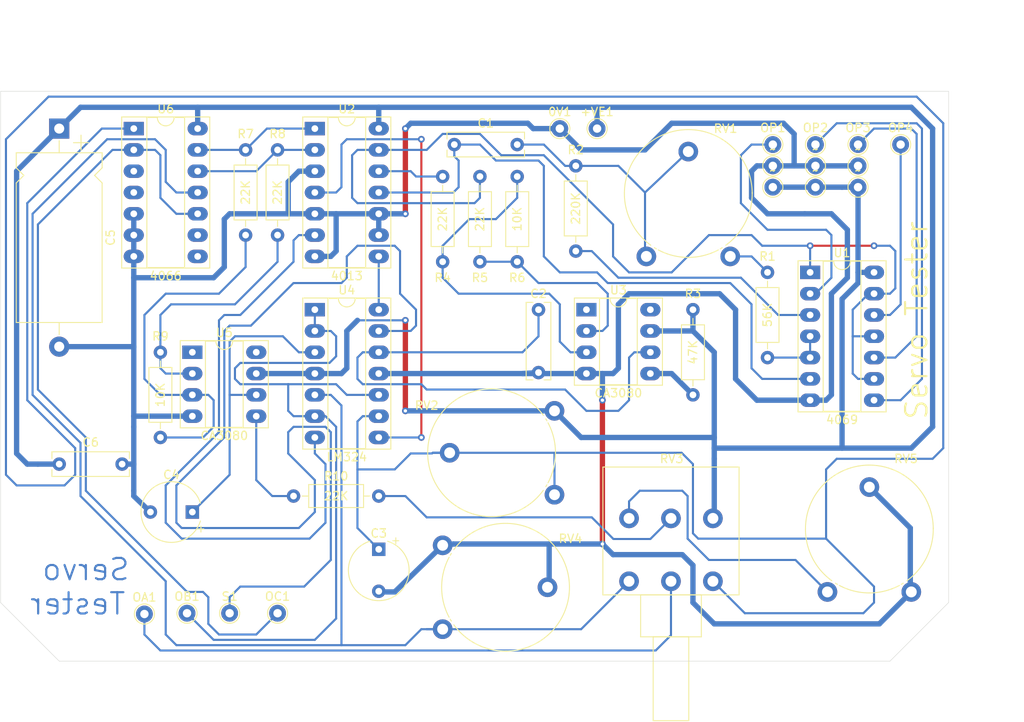
<source format=kicad_pcb>
(kicad_pcb (version 20171130) (host pcbnew "(5.1.10)-1")

  (general
    (thickness 1.6)
    (drawings 10)
    (tracks 487)
    (zones 0)
    (modules 43)
    (nets 32)
  )

  (page A4)
  (layers
    (0 F.Cu signal)
    (31 B.Cu signal)
    (32 B.Adhes user)
    (33 F.Adhes user)
    (34 B.Paste user)
    (35 F.Paste user)
    (36 B.SilkS user)
    (37 F.SilkS user)
    (38 B.Mask user)
    (39 F.Mask user)
    (40 Dwgs.User user)
    (41 Cmts.User user)
    (42 Eco1.User user)
    (43 Eco2.User user)
    (44 Edge.Cuts user)
    (45 Margin user)
    (46 B.CrtYd user)
    (47 F.CrtYd user)
    (48 B.Fab user)
    (49 F.Fab user hide)
  )

  (setup
    (last_trace_width 0.25)
    (trace_clearance 0.2)
    (zone_clearance 0.508)
    (zone_45_only no)
    (trace_min 0.2)
    (via_size 0.8)
    (via_drill 0.4)
    (via_min_size 0.4)
    (via_min_drill 0.3)
    (uvia_size 0.3)
    (uvia_drill 0.1)
    (uvias_allowed no)
    (uvia_min_size 0.2)
    (uvia_min_drill 0.1)
    (edge_width 0.05)
    (segment_width 0.2)
    (pcb_text_width 0.3)
    (pcb_text_size 1.5 1.5)
    (mod_edge_width 0.12)
    (mod_text_size 1 1)
    (mod_text_width 0.15)
    (pad_size 2.34 2.34)
    (pad_drill 1.3)
    (pad_to_mask_clearance 0)
    (aux_axis_origin 0 0)
    (visible_elements 7FFFFFFF)
    (pcbplotparams
      (layerselection 0x010fc_ffffffff)
      (usegerberextensions false)
      (usegerberattributes true)
      (usegerberadvancedattributes true)
      (creategerberjobfile true)
      (excludeedgelayer true)
      (linewidth 0.100000)
      (plotframeref false)
      (viasonmask false)
      (mode 1)
      (useauxorigin false)
      (hpglpennumber 1)
      (hpglpenspeed 20)
      (hpglpendiameter 15.000000)
      (psnegative false)
      (psa4output false)
      (plotreference true)
      (plotvalue true)
      (plotinvisibletext false)
      (padsonsilk false)
      (subtractmaskfromsilk false)
      (outputformat 1)
      (mirror false)
      (drillshape 1)
      (scaleselection 1)
      (outputdirectory ""))
  )

  (net 0 "")
  (net 1 VCC)
  (net 2 GND)
  (net 3 "Net-(OB1-Pad1)")
  (net 4 "Net-(OC1-Pad1)")
  (net 5 "Net-(OP1-Pad1)")
  (net 6 "Net-(OP2-Pad1)")
  (net 7 "Net-(OP3-Pad1)")
  (net 8 "Net-(OP4-Pad1)")
  (net 9 "Net-(R1-Pad1)")
  (net 10 "Net-(C1-Pad1)")
  (net 11 "Net-(R2-Pad1)")
  (net 12 "Net-(R3-Pad1)")
  (net 13 "Net-(R4-Pad2)")
  (net 14 "Net-(R4-Pad1)")
  (net 15 "Net-(R5-Pad2)")
  (net 16 "Net-(R5-Pad1)")
  (net 17 "Net-(R7-Pad2)")
  (net 18 "Net-(R7-Pad1)")
  (net 19 "Net-(R8-Pad2)")
  (net 20 "Net-(R8-Pad1)")
  (net 21 "Net-(R10-Pad1)")
  (net 22 "Net-(S1-Pad1)")
  (net 23 "Net-(C1-Pad2)")
  (net 24 "Net-(U2-Pad6)")
  (net 25 "Net-(U2-Pad4)")
  (net 26 "Net-(U2-Pad8)")
  (net 27 "Net-(C4-Pad1)")
  (net 28 "Net-(C2-Pad1)")
  (net 29 "Net-(RV3a1-Pad3)")
  (net 30 "Net-(C3-Pad1)")
  (net 31 "Net-(R1-Pad2)")

  (net_class Default "This is the default net class."
    (clearance 0.2)
    (trace_width 0.25)
    (via_dia 0.8)
    (via_drill 0.4)
    (uvia_dia 0.3)
    (uvia_drill 0.1)
    (add_net GND)
    (add_net "Net-(C1-Pad1)")
    (add_net "Net-(C1-Pad2)")
    (add_net "Net-(C2-Pad1)")
    (add_net "Net-(C3-Pad1)")
    (add_net "Net-(C4-Pad1)")
    (add_net "Net-(OA1-Pad1)")
    (add_net "Net-(OB1-Pad1)")
    (add_net "Net-(OC1-Pad1)")
    (add_net "Net-(OP1-Pad1)")
    (add_net "Net-(OP2-Pad1)")
    (add_net "Net-(OP3-Pad1)")
    (add_net "Net-(OP4-Pad1)")
    (add_net "Net-(R1-Pad1)")
    (add_net "Net-(R1-Pad2)")
    (add_net "Net-(R10-Pad1)")
    (add_net "Net-(R10-Pad2)")
    (add_net "Net-(R2-Pad1)")
    (add_net "Net-(R3-Pad1)")
    (add_net "Net-(R4-Pad1)")
    (add_net "Net-(R4-Pad2)")
    (add_net "Net-(R5-Pad1)")
    (add_net "Net-(R5-Pad2)")
    (add_net "Net-(R7-Pad1)")
    (add_net "Net-(R7-Pad2)")
    (add_net "Net-(R8-Pad1)")
    (add_net "Net-(R8-Pad2)")
    (add_net "Net-(RV3a1-Pad3)")
    (add_net "Net-(RV3b1-Pad1)")
    (add_net "Net-(S1-Pad1)")
    (add_net "Net-(U2-Pad4)")
    (add_net "Net-(U2-Pad6)")
    (add_net "Net-(U2-Pad8)")
    (add_net "Net-(U3-Pad1)")
    (add_net "Net-(U3-Pad8)")
    (add_net "Net-(U5-Pad1)")
    (add_net "Net-(U5-Pad8)")
    (add_net "Net-(U6-Pad3)")
    (add_net "Net-(U6-Pad4)")
    (add_net "Net-(U6-Pad8)")
    (add_net "Net-(U6-Pad9)")
    (add_net VCC)
  )

  (module TestPoint:TestPoint_THTPad_D2.0mm_Drill1.0mm (layer F.Cu) (tedit 692E0B2C) (tstamp 692E0AD8)
    (at 150.495 49.53)
    (descr "THT pad as test Point, diameter 2.0mm, hole diameter 1.0mm")
    (tags "test point THT pad")
    (attr virtual)
    (fp_text reference ~ (at 0 -1.998) (layer F.SilkS)
      (effects (font (size 1 1) (thickness 0.15)))
    )
    (fp_text value TestPoint_THTPad_D2.0mm_Drill1.0mm (at 0 2.05) (layer F.Fab)
      (effects (font (size 1 1) (thickness 0.15)))
    )
    (fp_circle (center 0 0) (end 0 1.2) (layer F.SilkS) (width 0.12))
    (fp_circle (center 0 0) (end 1.5 0) (layer F.CrtYd) (width 0.05))
    (fp_text user %R (at 0 -2) (layer F.Fab)
      (effects (font (size 1 1) (thickness 0.15)))
    )
    (pad 1 thru_hole circle (at 0 0) (size 2 2) (drill 1) (layers *.Cu *.Mask)
      (net 1 VCC))
  )

  (module TestPoint:TestPoint_THTPad_D2.0mm_Drill1.0mm (layer F.Cu) (tedit 692E0AA4) (tstamp 692E0ACA)
    (at 145.415 49.53)
    (descr "THT pad as test Point, diameter 2.0mm, hole diameter 1.0mm")
    (tags "test point THT pad")
    (attr virtual)
    (fp_text reference ~ (at 0 -1.998) (layer F.SilkS)
      (effects (font (size 1 1) (thickness 0.15)))
    )
    (fp_text value TestPoint_THTPad_D2.0mm_Drill1.0mm (at 0 2.05) (layer F.Fab)
      (effects (font (size 1 1) (thickness 0.15)))
    )
    (fp_text user %R (at 0 -2) (layer F.Fab)
      (effects (font (size 1 1) (thickness 0.15)))
    )
    (fp_circle (center 0 0) (end 1.5 0) (layer F.CrtYd) (width 0.05))
    (fp_circle (center 0 0) (end 0 1.2) (layer F.SilkS) (width 0.12))
    (pad 1 thru_hole circle (at 0 0) (size 2 2) (drill 1) (layers *.Cu *.Mask)
      (net 1 VCC))
  )

  (module TestPoint:TestPoint_THTPad_D2.0mm_Drill1.0mm (layer F.Cu) (tedit 692E0A95) (tstamp 692E0ABC)
    (at 140.335 49.53)
    (descr "THT pad as test Point, diameter 2.0mm, hole diameter 1.0mm")
    (tags "test point THT pad")
    (attr virtual)
    (fp_text reference ~ (at 0 -1.998) (layer F.SilkS)
      (effects (font (size 1 1) (thickness 0.15)))
    )
    (fp_text value TestPoint_THTPad_D2.0mm_Drill1.0mm (at 0 2.05) (layer F.Fab)
      (effects (font (size 1 1) (thickness 0.15)))
    )
    (fp_circle (center 0 0) (end 0 1.2) (layer F.SilkS) (width 0.12))
    (fp_circle (center 0 0) (end 1.5 0) (layer F.CrtYd) (width 0.05))
    (fp_text user %R (at 0 -2) (layer F.Fab)
      (effects (font (size 1 1) (thickness 0.15)))
    )
    (pad 1 thru_hole circle (at 0 0) (size 2 2) (drill 1) (layers *.Cu *.Mask)
      (net 1 VCC))
  )

  (module TestPoint:TestPoint_THTPad_D2.0mm_Drill1.0mm (layer F.Cu) (tedit 692E0A7C) (tstamp 692E0AAE)
    (at 140.335 46.99)
    (descr "THT pad as test Point, diameter 2.0mm, hole diameter 1.0mm")
    (tags "test point THT pad")
    (attr virtual)
    (fp_text reference ~ (at 0 -1.998) (layer F.SilkS)
      (effects (font (size 1 1) (thickness 0.15)))
    )
    (fp_text value TestPoint_THTPad_D2.0mm_Drill1.0mm (at 0 2.05) (layer F.Fab)
      (effects (font (size 1 1) (thickness 0.15)))
    )
    (fp_text user %R (at 0 -2) (layer F.Fab)
      (effects (font (size 1 1) (thickness 0.15)))
    )
    (fp_circle (center 0 0) (end 1.5 0) (layer F.CrtYd) (width 0.05))
    (fp_circle (center 0 0) (end 0 1.2) (layer F.SilkS) (width 0.12))
    (pad 1 thru_hole circle (at 0 0) (size 2 2) (drill 1) (layers *.Cu *.Mask)
      (net 2 GND))
  )

  (module TestPoint:TestPoint_THTPad_D2.0mm_Drill1.0mm (layer F.Cu) (tedit 692E0A83) (tstamp 692E0A9B)
    (at 145.415 46.99)
    (descr "THT pad as test Point, diameter 2.0mm, hole diameter 1.0mm")
    (tags "test point THT pad")
    (attr virtual)
    (fp_text reference ~ (at 0 -1.998) (layer F.SilkS)
      (effects (font (size 1 1) (thickness 0.15)))
    )
    (fp_text value TestPoint_THTPad_D2.0mm_Drill1.0mm (at 0 2.05) (layer F.Fab)
      (effects (font (size 1 1) (thickness 0.15)))
    )
    (fp_circle (center 0 0) (end 0 1.2) (layer F.SilkS) (width 0.12))
    (fp_circle (center 0 0) (end 1.5 0) (layer F.CrtYd) (width 0.05))
    (fp_text user %R (at 0 -2) (layer F.Fab)
      (effects (font (size 1 1) (thickness 0.15)))
    )
    (pad 1 thru_hole circle (at 0 0) (size 2 2) (drill 1) (layers *.Cu *.Mask)
      (net 2 GND))
  )

  (module TestPoint:TestPoint_THTPad_D2.0mm_Drill1.0mm (layer F.Cu) (tedit 692E0A8B) (tstamp 692E0A81)
    (at 150.495 46.99)
    (descr "THT pad as test Point, diameter 2.0mm, hole diameter 1.0mm")
    (tags "test point THT pad")
    (attr virtual)
    (fp_text reference ~ (at 0 -1.998) (layer F.SilkS)
      (effects (font (size 1 1) (thickness 0.15)))
    )
    (fp_text value TestPoint_THTPad_D2.0mm_Drill1.0mm (at 0 2.05) (layer F.Fab)
      (effects (font (size 1 1) (thickness 0.15)))
    )
    (fp_text user %R (at 0 -2) (layer F.Fab)
      (effects (font (size 1 1) (thickness 0.15)))
    )
    (fp_circle (center 0 0) (end 1.5 0) (layer F.CrtYd) (width 0.05))
    (fp_circle (center 0 0) (end 0 1.2) (layer F.SilkS) (width 0.12))
    (pad 1 thru_hole circle (at 0 0) (size 2 2) (drill 1) (layers *.Cu *.Mask)
      (net 2 GND))
  )

  (module Resistor_THT:R_Axial_DIN0207_L6.3mm_D2.5mm_P10.16mm_Horizontal (layer F.Cu) (tedit 5AE5139B) (tstamp 692E0280)
    (at 67.31 79.375 90)
    (descr "Resistor, Axial_DIN0207 series, Axial, Horizontal, pin pitch=10.16mm, 0.25W = 1/4W, length*diameter=6.3*2.5mm^2, http://cdn-reichelt.de/documents/datenblatt/B400/1_4W%23YAG.pdf")
    (tags "Resistor Axial_DIN0207 series Axial Horizontal pin pitch 10.16mm 0.25W = 1/4W length 6.3mm diameter 2.5mm")
    (path /692F9D46)
    (fp_text reference R9 (at 12.065 0 180) (layer F.SilkS)
      (effects (font (size 1 1) (thickness 0.15)))
    )
    (fp_text value 10K (at 5.08 0 90) (layer F.SilkS)
      (effects (font (size 1 1) (thickness 0.15)))
    )
    (fp_line (start 11.21 -1.5) (end -1.05 -1.5) (layer F.CrtYd) (width 0.05))
    (fp_line (start 11.21 1.5) (end 11.21 -1.5) (layer F.CrtYd) (width 0.05))
    (fp_line (start -1.05 1.5) (end 11.21 1.5) (layer F.CrtYd) (width 0.05))
    (fp_line (start -1.05 -1.5) (end -1.05 1.5) (layer F.CrtYd) (width 0.05))
    (fp_line (start 9.12 0) (end 8.35 0) (layer F.SilkS) (width 0.12))
    (fp_line (start 1.04 0) (end 1.81 0) (layer F.SilkS) (width 0.12))
    (fp_line (start 8.35 -1.37) (end 1.81 -1.37) (layer F.SilkS) (width 0.12))
    (fp_line (start 8.35 1.37) (end 8.35 -1.37) (layer F.SilkS) (width 0.12))
    (fp_line (start 1.81 1.37) (end 8.35 1.37) (layer F.SilkS) (width 0.12))
    (fp_line (start 1.81 -1.37) (end 1.81 1.37) (layer F.SilkS) (width 0.12))
    (fp_line (start 10.16 0) (end 8.23 0) (layer F.Fab) (width 0.1))
    (fp_line (start 0 0) (end 1.93 0) (layer F.Fab) (width 0.1))
    (fp_line (start 8.23 -1.25) (end 1.93 -1.25) (layer F.Fab) (width 0.1))
    (fp_line (start 8.23 1.25) (end 8.23 -1.25) (layer F.Fab) (width 0.1))
    (fp_line (start 1.93 1.25) (end 8.23 1.25) (layer F.Fab) (width 0.1))
    (fp_line (start 1.93 -1.25) (end 1.93 1.25) (layer F.Fab) (width 0.1))
    (fp_text user %R (at 5.08 0 90) (layer F.Fab)
      (effects (font (size 1 1) (thickness 0.15)))
    )
    (pad 2 thru_hole oval (at 10.16 0 90) (size 1.6 1.6) (drill 0.8) (layers *.Cu *.Mask)
      (net 20 "Net-(R8-Pad1)"))
    (pad 1 thru_hole circle (at 0 0 90) (size 1.6 1.6) (drill 0.8) (layers *.Cu *.Mask)
      (net 18 "Net-(R7-Pad1)"))
    (model ${KISYS3DMOD}/Resistor_THT.3dshapes/R_Axial_DIN0207_L6.3mm_D2.5mm_P10.16mm_Horizontal.wrl
      (at (xyz 0 0 0))
      (scale (xyz 1 1 1))
      (rotate (xyz 0 0 0))
    )
  )

  (module Capacitor_THT:CP_Axial_L20.0mm_D10.0mm_P26.00mm_Horizontal (layer F.Cu) (tedit 5AE50EF2) (tstamp 692C7156)
    (at 55.245 42.545 270)
    (descr "CP, Axial series, Axial, Horizontal, pin pitch=26mm, , length*diameter=20*10mm^2, Electrolytic Capacitor, , http://www.kemet.com/Lists/ProductCatalog/Attachments/424/KEM_AC102.pdf")
    (tags "CP Axial series Axial Horizontal pin pitch 26mm  length 20mm diameter 10mm Electrolytic Capacitor")
    (path /692B4417)
    (fp_text reference C5 (at 13 -6.12 90) (layer F.SilkS)
      (effects (font (size 1 1) (thickness 0.15)))
    )
    (fp_text value 1000uF (at 13 6.12 90) (layer F.Fab)
      (effects (font (size 1 1) (thickness 0.15)))
    )
    (fp_text user %R (at 13 0 90) (layer F.Fab)
      (effects (font (size 1 1) (thickness 0.15)))
    )
    (fp_line (start 3 -5) (end 3 5) (layer F.Fab) (width 0.1))
    (fp_line (start 23 -5) (end 23 5) (layer F.Fab) (width 0.1))
    (fp_line (start 3 -5) (end 4.68 -5) (layer F.Fab) (width 0.1))
    (fp_line (start 4.68 -5) (end 5.58 -4.1) (layer F.Fab) (width 0.1))
    (fp_line (start 5.58 -4.1) (end 6.48 -5) (layer F.Fab) (width 0.1))
    (fp_line (start 6.48 -5) (end 23 -5) (layer F.Fab) (width 0.1))
    (fp_line (start 3 5) (end 4.68 5) (layer F.Fab) (width 0.1))
    (fp_line (start 4.68 5) (end 5.58 4.1) (layer F.Fab) (width 0.1))
    (fp_line (start 5.58 4.1) (end 6.48 5) (layer F.Fab) (width 0.1))
    (fp_line (start 6.48 5) (end 23 5) (layer F.Fab) (width 0.1))
    (fp_line (start 0 0) (end 3 0) (layer F.Fab) (width 0.1))
    (fp_line (start 26 0) (end 23 0) (layer F.Fab) (width 0.1))
    (fp_line (start 4.7 0) (end 6.5 0) (layer F.Fab) (width 0.1))
    (fp_line (start 5.6 -0.9) (end 5.6 0.9) (layer F.Fab) (width 0.1))
    (fp_line (start 0.78 -2.6) (end 2.58 -2.6) (layer F.SilkS) (width 0.12))
    (fp_line (start 1.68 -3.5) (end 1.68 -1.7) (layer F.SilkS) (width 0.12))
    (fp_line (start 2.88 -5.12) (end 2.88 5.12) (layer F.SilkS) (width 0.12))
    (fp_line (start 23.12 -5.12) (end 23.12 5.12) (layer F.SilkS) (width 0.12))
    (fp_line (start 2.88 -5.12) (end 4.68 -5.12) (layer F.SilkS) (width 0.12))
    (fp_line (start 4.68 -5.12) (end 5.58 -4.22) (layer F.SilkS) (width 0.12))
    (fp_line (start 5.58 -4.22) (end 6.48 -5.12) (layer F.SilkS) (width 0.12))
    (fp_line (start 6.48 -5.12) (end 23.12 -5.12) (layer F.SilkS) (width 0.12))
    (fp_line (start 2.88 5.12) (end 4.68 5.12) (layer F.SilkS) (width 0.12))
    (fp_line (start 4.68 5.12) (end 5.58 4.22) (layer F.SilkS) (width 0.12))
    (fp_line (start 5.58 4.22) (end 6.48 5.12) (layer F.SilkS) (width 0.12))
    (fp_line (start 6.48 5.12) (end 23.12 5.12) (layer F.SilkS) (width 0.12))
    (fp_line (start 1.44 0) (end 2.88 0) (layer F.SilkS) (width 0.12))
    (fp_line (start 24.56 0) (end 23.12 0) (layer F.SilkS) (width 0.12))
    (fp_line (start -1.45 -5.25) (end -1.45 5.25) (layer F.CrtYd) (width 0.05))
    (fp_line (start -1.45 5.25) (end 27.45 5.25) (layer F.CrtYd) (width 0.05))
    (fp_line (start 27.45 5.25) (end 27.45 -5.25) (layer F.CrtYd) (width 0.05))
    (fp_line (start 27.45 -5.25) (end -1.45 -5.25) (layer F.CrtYd) (width 0.05))
    (pad 2 thru_hole oval (at 26 0 270) (size 2.4 2.4) (drill 1.2) (layers *.Cu *.Mask)
      (net 2 GND))
    (pad 1 thru_hole rect (at 0 0 270) (size 2.4 2.4) (drill 1.2) (layers *.Cu *.Mask)
      (net 1 VCC))
    (model ${KISYS3DMOD}/Capacitor_THT.3dshapes/CP_Axial_L20.0mm_D10.0mm_P26.00mm_Horizontal.wrl
      (at (xyz 0 0 0))
      (scale (xyz 1 1 1))
      (rotate (xyz 0 0 0))
    )
  )

  (module Potentiometer_THT:Potentiometer_Piher_T-16H_Double_Horizontal (layer F.Cu) (tedit 692CB8F6) (tstamp 692C30EF)
    (at 123.19 96.52 270)
    (descr "Potentiometer, horizontal, Piher T-16H Double, http://www.piher-nacesa.com/pdf/22-T16v03.pdf")
    (tags "Potentiometer horizontal Piher T-16H Double")
    (fp_text reference RV3 (at -14.605 -5.08 180) (layer F.SilkS)
      (effects (font (size 1 1) (thickness 0.15)))
    )
    (fp_text value Potentiometer_Piher_T-16H_Double_Horizontal (at 0 4.25 90) (layer F.Fab)
      (effects (font (size 1 1) (thickness 0.15)))
    )
    (fp_text user %R (at -6 -5 90) (layer F.Fab)
      (effects (font (size 1 1) (thickness 0.15)))
    )
    (fp_line (start -13.5 -13) (end -13.5 3) (layer F.Fab) (width 0.1))
    (fp_line (start -13.5 3) (end 1.5 3) (layer F.Fab) (width 0.1))
    (fp_line (start 1.5 3) (end 1.5 -13) (layer F.Fab) (width 0.1))
    (fp_line (start 1.5 -13) (end -13.5 -13) (layer F.Fab) (width 0.1))
    (fp_line (start 1.5 -8.5) (end 1.5 -1.5) (layer F.Fab) (width 0.1))
    (fp_line (start 1.5 -1.5) (end 6.5 -1.5) (layer F.Fab) (width 0.1))
    (fp_line (start 6.5 -1.5) (end 6.5 -8.5) (layer F.Fab) (width 0.1))
    (fp_line (start 6.5 -8.5) (end 1.5 -8.5) (layer F.Fab) (width 0.1))
    (fp_line (start 6.5 -7) (end 6.5 -3) (layer F.Fab) (width 0.1))
    (fp_line (start 6.5 -3) (end 16.5 -3) (layer F.Fab) (width 0.1))
    (fp_line (start 16.5 -3) (end 16.5 -7) (layer F.Fab) (width 0.1))
    (fp_line (start 16.5 -7) (end 6.5 -7) (layer F.Fab) (width 0.1))
    (fp_line (start -13.62 -13.12) (end 1.621 -13.12) (layer F.SilkS) (width 0.12))
    (fp_line (start -13.62 3.12) (end 1.621 3.12) (layer F.SilkS) (width 0.12))
    (fp_line (start -13.62 -13.12) (end -13.62 3.12) (layer F.SilkS) (width 0.12))
    (fp_line (start 1.621 -13.12) (end 1.621 3.12) (layer F.SilkS) (width 0.12))
    (fp_line (start 1.621 -8.62) (end 6.621 -8.62) (layer F.SilkS) (width 0.12))
    (fp_line (start 1.621 -1.38) (end 6.621 -1.38) (layer F.SilkS) (width 0.12))
    (fp_line (start 1.621 -8.62) (end 1.621 -1.38) (layer F.SilkS) (width 0.12))
    (fp_line (start 6.621 -8.62) (end 6.621 -1.38) (layer F.SilkS) (width 0.12))
    (fp_line (start 6.621 -7.12) (end 16.62 -7.12) (layer F.SilkS) (width 0.12))
    (fp_line (start 6.621 -2.88) (end 16.62 -2.88) (layer F.SilkS) (width 0.12))
    (fp_line (start 6.621 -7.12) (end 6.621 -2.88) (layer F.SilkS) (width 0.12))
    (fp_line (start 16.62 -7.12) (end 16.62 -2.88) (layer F.SilkS) (width 0.12))
    (fp_line (start -13.75 -13.25) (end -13.75 3.25) (layer F.CrtYd) (width 0.05))
    (fp_line (start -13.75 3.25) (end 16.75 3.25) (layer F.CrtYd) (width 0.05))
    (fp_line (start 16.75 3.25) (end 16.75 -13.25) (layer F.CrtYd) (width 0.05))
    (fp_line (start 16.75 -13.25) (end -13.75 -13.25) (layer F.CrtYd) (width 0.05))
    (pad 4 thru_hole circle (at -7.5 0 270) (size 2.34 2.34) (drill 1.3) (layers *.Cu *.Mask))
    (pad 5 thru_hole circle (at -7.5 -5 270) (size 2.34 2.34) (drill 1.3) (layers *.Cu *.Mask))
    (pad 6 thru_hole circle (at -7.5 -10 270) (size 2.34 2.34) (drill 1.3) (layers *.Cu *.Mask)
      (net 1 VCC))
    (pad 1 thru_hole circle (at 0 0 270) (size 2.34 2.34) (drill 1.3) (layers *.Cu *.Mask)
      (net 29 "Net-(RV3a1-Pad3)"))
    (pad 2 thru_hole circle (at 0 -5 270) (size 2.34 2.34) (drill 1.3) (layers *.Cu *.Mask))
    (pad 3 thru_hole circle (at 0 -10 270) (size 2.34 2.34) (drill 1.3) (layers *.Cu *.Mask)
      (net 30 "Net-(C3-Pad1)"))
    (model ${KISYS3DMOD}/Potentiometer_THT.3dshapes/Potentiometer_Piher_T-16H_Double_Horizontal.wrl
      (at (xyz 0 0 0))
      (scale (xyz 1 1 1))
      (rotate (xyz 0 0 0))
    )
  )

  (module Potentiometer_THT:Potentiometer_Piher_PT-15-V02_Vertical (layer F.Cu) (tedit 692B6D9A) (tstamp 692C83EF)
    (at 156.845 97.79 90)
    (descr "Potentiometer, vertical, Piher PT-15-V02, http://www.piher-nacesa.com/pdf/14-PT15v03.pdf")
    (tags "Potentiometer vertical Piher PT-15-V02")
    (path /693BEA41)
    (fp_text reference RV5 (at 15.875 -0.635 180) (layer F.SilkS)
      (effects (font (size 1 1) (thickness 0.15)))
    )
    (fp_text value 1K (at 6.665 3.25 90) (layer F.Fab)
      (effects (font (size 1 1) (thickness 0.15)))
    )
    (fp_text user %R (at 1.2 -5) (layer F.Fab)
      (effects (font (size 1 1) (thickness 0.15)))
    )
    (fp_arc (start 7.5 -5) (end 1.335 -0.522) (angle -55) (layer F.SilkS) (width 0.12))
    (fp_arc (start 7.5 -5) (end 0.901 -1.191) (angle -2) (layer F.SilkS) (width 0.12))
    (fp_arc (start 7.5 -5) (end 0.773 -8.578) (angle -56) (layer F.SilkS) (width 0.12))
    (fp_arc (start 7.5 -5) (end 1.039 -9.038) (angle -2) (layer F.SilkS) (width 0.12))
    (fp_arc (start 7.5 -5) (end 7.5 2.62) (angle -234) (layer F.SilkS) (width 0.12))
    (fp_circle (center 7.5 -5) (end 15 -5) (layer F.Fab) (width 0.1))
    (fp_circle (center 7.5 -5) (end 9.7 -5) (layer F.Fab) (width 0.1))
    (fp_line (start -1.45 -12.75) (end -1.45 2.25) (layer F.CrtYd) (width 0.05))
    (fp_line (start -1.45 2.25) (end 14.75 2.25) (layer F.CrtYd) (width 0.05))
    (fp_line (start 14.75 2.25) (end 14.75 -12.75) (layer F.CrtYd) (width 0.05))
    (fp_line (start 14.75 -12.75) (end -1.45 -12.75) (layer F.CrtYd) (width 0.05))
    (pad 1 thru_hole circle (at 0 0 90) (size 2.34 2.34) (drill 1.3) (layers *.Cu *.Mask)
      (net 2 GND))
    (pad 2 thru_hole circle (at 12.5 -5 90) (size 2.34 2.34) (drill 1.3) (layers *.Cu *.Mask)
      (net 2 GND))
    (pad 3 thru_hole circle (at 0 -10 90) (size 2.34 2.34) (drill 1.3) (layers *.Cu *.Mask))
    (model ${KISYS3DMOD}/Potentiometer_THT.3dshapes/Potentiometer_Piher_PT-15-V02_Vertical.wrl
      (at (xyz 0 0 0))
      (scale (xyz 1 1 1))
      (rotate (xyz 0 0 0))
    )
  )

  (module Potentiometer_THT:Potentiometer_Piher_PT-15-V02_Vertical (layer F.Cu) (tedit 692B6DBE) (tstamp 692C845B)
    (at 100.965 102.235)
    (descr "Potentiometer, vertical, Piher PT-15-V02, http://www.piher-nacesa.com/pdf/14-PT15v03.pdf")
    (tags "Potentiometer vertical Piher PT-15-V02")
    (path /692F10FA)
    (fp_text reference RV4 (at 15.24 -10.795) (layer F.SilkS)
      (effects (font (size 1 1) (thickness 0.15)))
    )
    (fp_text value 10K (at 6.665 3.25) (layer F.Fab)
      (effects (font (size 1 1) (thickness 0.15)))
    )
    (fp_text user %R (at 1.2 -5 90) (layer F.Fab)
      (effects (font (size 1 1) (thickness 0.15)))
    )
    (fp_arc (start 7.5 -5) (end 1.335 -0.522) (angle -55) (layer F.SilkS) (width 0.12))
    (fp_arc (start 7.5 -5) (end 0.901 -1.191) (angle -2) (layer F.SilkS) (width 0.12))
    (fp_arc (start 7.5 -5) (end 0.773 -8.578) (angle -56) (layer F.SilkS) (width 0.12))
    (fp_arc (start 7.5 -5) (end 1.039 -9.038) (angle -2) (layer F.SilkS) (width 0.12))
    (fp_arc (start 7.5 -5) (end 7.5 2.62) (angle -234) (layer F.SilkS) (width 0.12))
    (fp_circle (center 7.5 -5) (end 15 -5) (layer F.Fab) (width 0.1))
    (fp_circle (center 7.5 -5) (end 9.7 -5) (layer F.Fab) (width 0.1))
    (fp_line (start -1.45 -12.75) (end -1.45 2.25) (layer F.CrtYd) (width 0.05))
    (fp_line (start -1.45 2.25) (end 14.75 2.25) (layer F.CrtYd) (width 0.05))
    (fp_line (start 14.75 2.25) (end 14.75 -12.75) (layer F.CrtYd) (width 0.05))
    (fp_line (start 14.75 -12.75) (end -1.45 -12.75) (layer F.CrtYd) (width 0.05))
    (pad 1 thru_hole circle (at 0 0) (size 2.34 2.34) (drill 1.3) (layers *.Cu *.Mask)
      (net 29 "Net-(RV3a1-Pad3)"))
    (pad 2 thru_hole circle (at 12.5 -5) (size 2.34 2.34) (drill 1.3) (layers *.Cu *.Mask)
      (net 2 GND))
    (pad 3 thru_hole circle (at 0 -10) (size 2.34 2.34) (drill 1.3) (layers *.Cu *.Mask)
      (net 2 GND))
    (model ${KISYS3DMOD}/Potentiometer_THT.3dshapes/Potentiometer_Piher_PT-15-V02_Vertical.wrl
      (at (xyz 0 0 0))
      (scale (xyz 1 1 1))
      (rotate (xyz 0 0 0))
    )
  )

  (module Potentiometer_THT:Potentiometer_Piher_PT-15-V02_Vertical (layer F.Cu) (tedit 692B6C7A) (tstamp 692C8425)
    (at 114.3 76.2 180)
    (descr "Potentiometer, vertical, Piher PT-15-V02, http://www.piher-nacesa.com/pdf/14-PT15v03.pdf")
    (tags "Potentiometer vertical Piher PT-15-V02")
    (path /692F04EB)
    (fp_text reference RV2 (at 15.24 0.635) (layer F.SilkS)
      (effects (font (size 1 1) (thickness 0.15)))
    )
    (fp_text value 22K (at 6.665 3.25) (layer F.Fab)
      (effects (font (size 1 1) (thickness 0.15)))
    )
    (fp_text user %R (at 1.2 -5 90) (layer F.Fab)
      (effects (font (size 1 1) (thickness 0.15)))
    )
    (fp_arc (start 7.5 -5) (end 1.335 -0.522) (angle -55) (layer F.SilkS) (width 0.12))
    (fp_arc (start 7.5 -5) (end 0.901 -1.191) (angle -2) (layer F.SilkS) (width 0.12))
    (fp_arc (start 7.5 -5) (end 0.773 -8.578) (angle -56) (layer F.SilkS) (width 0.12))
    (fp_arc (start 7.5 -5) (end 1.039 -9.038) (angle -2) (layer F.SilkS) (width 0.12))
    (fp_arc (start 7.5 -5) (end 7.5 2.62) (angle -234) (layer F.SilkS) (width 0.12))
    (fp_circle (center 7.5 -5) (end 15 -5) (layer F.Fab) (width 0.1))
    (fp_circle (center 7.5 -5) (end 9.7 -5) (layer F.Fab) (width 0.1))
    (fp_line (start -1.45 -12.75) (end -1.45 2.25) (layer F.CrtYd) (width 0.05))
    (fp_line (start -1.45 2.25) (end 14.75 2.25) (layer F.CrtYd) (width 0.05))
    (fp_line (start 14.75 2.25) (end 14.75 -12.75) (layer F.CrtYd) (width 0.05))
    (fp_line (start 14.75 -12.75) (end -1.45 -12.75) (layer F.CrtYd) (width 0.05))
    (pad 1 thru_hole circle (at 0 0 180) (size 2.34 2.34) (drill 1.3) (layers *.Cu *.Mask)
      (net 1 VCC))
    (pad 2 thru_hole circle (at 12.5 -5 180) (size 2.34 2.34) (drill 1.3) (layers *.Cu *.Mask)
      (net 30 "Net-(C3-Pad1)"))
    (pad 3 thru_hole circle (at 0 -10 180) (size 2.34 2.34) (drill 1.3) (layers *.Cu *.Mask))
    (model ${KISYS3DMOD}/Potentiometer_THT.3dshapes/Potentiometer_Piher_PT-15-V02_Vertical.wrl
      (at (xyz 0 0 0))
      (scale (xyz 1 1 1))
      (rotate (xyz 0 0 0))
    )
  )

  (module Potentiometer_THT:Potentiometer_Piher_PT-15-V02_Vertical (layer F.Cu) (tedit 692E1071) (tstamp 692C83B9)
    (at 135.255 57.785 90)
    (descr "Potentiometer, vertical, Piher PT-15-V02, http://www.piher-nacesa.com/pdf/14-PT15v03.pdf")
    (tags "Potentiometer vertical Piher PT-15-V02")
    (path /692B7A70)
    (fp_text reference RV1 (at 15.24 -0.555 180) (layer F.SilkS)
      (effects (font (size 1 1) (thickness 0.15)))
    )
    (fp_text value 47K (at 6.665 3.25 90) (layer F.Fab)
      (effects (font (size 1 1) (thickness 0.15)))
    )
    (fp_text user %R (at 1.2 -5) (layer F.Fab)
      (effects (font (size 1 1) (thickness 0.15)))
    )
    (fp_arc (start 7.5 -5) (end 1.335 -0.522) (angle -55) (layer F.SilkS) (width 0.12))
    (fp_arc (start 7.5 -5) (end 0.901 -1.191) (angle -2) (layer F.SilkS) (width 0.12))
    (fp_arc (start 7.5 -5) (end 0.773 -8.578) (angle -56) (layer F.SilkS) (width 0.12))
    (fp_arc (start 7.5 -5) (end 1.039 -9.038) (angle -2) (layer F.SilkS) (width 0.12))
    (fp_arc (start 7.5 -5) (end 7.5 2.62) (angle -234) (layer F.SilkS) (width 0.12))
    (fp_circle (center 7.5 -5) (end 15 -5) (layer F.Fab) (width 0.1))
    (fp_circle (center 7.5 -5) (end 9.7 -5) (layer F.Fab) (width 0.1))
    (fp_line (start -1.45 -12.75) (end -1.45 2.25) (layer F.CrtYd) (width 0.05))
    (fp_line (start -1.45 2.25) (end 14.75 2.25) (layer F.CrtYd) (width 0.05))
    (fp_line (start 14.75 2.25) (end 14.75 -12.75) (layer F.CrtYd) (width 0.05))
    (fp_line (start 14.75 -12.75) (end -1.45 -12.75) (layer F.CrtYd) (width 0.05))
    (pad 1 thru_hole circle (at 0 0 90) (size 2.34 2.34) (drill 1.3) (layers *.Cu *.Mask)
      (net 31 "Net-(R1-Pad2)"))
    (pad 2 thru_hole circle (at 12.5 -5 90) (size 2.34 2.34) (drill 1.3) (layers *.Cu *.Mask)
      (net 10 "Net-(C1-Pad1)"))
    (pad 3 thru_hole circle (at 0 -10 90) (size 2.34 2.34) (drill 1.3) (layers *.Cu *.Mask)
      (net 10 "Net-(C1-Pad1)"))
    (model ${KISYS3DMOD}/Potentiometer_THT.3dshapes/Potentiometer_Piher_PT-15-V02_Vertical.wrl
      (at (xyz 0 0 0))
      (scale (xyz 1 1 1))
      (rotate (xyz 0 0 0))
    )
  )

  (module Capacitor_THT:C_Rect_L9.0mm_W2.7mm_P7.50mm_MKT (layer F.Cu) (tedit 5AE50EF0) (tstamp 692BAA88)
    (at 55.245 82.55)
    (descr "C, Rect series, Radial, pin pitch=7.50mm, , length*width=9*2.7mm^2, Capacitor, https://en.tdk.eu/inf/20/20/db/fc_2009/MKT_B32560_564.pdf")
    (tags "C Rect series Radial pin pitch 7.50mm  length 9mm width 2.7mm Capacitor")
    (path /692B41EA)
    (fp_text reference C6 (at 3.75 -2.6) (layer F.SilkS)
      (effects (font (size 1 1) (thickness 0.15)))
    )
    (fp_text value 100nF (at 3.75 2.6) (layer F.Fab)
      (effects (font (size 1 1) (thickness 0.15)))
    )
    (fp_line (start 8.55 -1.6) (end -1.05 -1.6) (layer F.CrtYd) (width 0.05))
    (fp_line (start 8.55 1.6) (end 8.55 -1.6) (layer F.CrtYd) (width 0.05))
    (fp_line (start -1.05 1.6) (end 8.55 1.6) (layer F.CrtYd) (width 0.05))
    (fp_line (start -1.05 -1.6) (end -1.05 1.6) (layer F.CrtYd) (width 0.05))
    (fp_line (start 8.37 0.665) (end 8.37 1.471) (layer F.SilkS) (width 0.12))
    (fp_line (start 8.37 -1.471) (end 8.37 -0.665) (layer F.SilkS) (width 0.12))
    (fp_line (start -0.87 0.665) (end -0.87 1.471) (layer F.SilkS) (width 0.12))
    (fp_line (start -0.87 -1.471) (end -0.87 -0.665) (layer F.SilkS) (width 0.12))
    (fp_line (start -0.87 1.471) (end 8.37 1.471) (layer F.SilkS) (width 0.12))
    (fp_line (start -0.87 -1.471) (end 8.37 -1.471) (layer F.SilkS) (width 0.12))
    (fp_line (start 8.25 -1.35) (end -0.75 -1.35) (layer F.Fab) (width 0.1))
    (fp_line (start 8.25 1.35) (end 8.25 -1.35) (layer F.Fab) (width 0.1))
    (fp_line (start -0.75 1.35) (end 8.25 1.35) (layer F.Fab) (width 0.1))
    (fp_line (start -0.75 -1.35) (end -0.75 1.35) (layer F.Fab) (width 0.1))
    (fp_text user %R (at 3.75 0) (layer F.Fab)
      (effects (font (size 1 1) (thickness 0.15)))
    )
    (pad 2 thru_hole circle (at 7.5 0) (size 1.6 1.6) (drill 0.8) (layers *.Cu *.Mask)
      (net 2 GND))
    (pad 1 thru_hole circle (at 0 0) (size 1.6 1.6) (drill 0.8) (layers *.Cu *.Mask)
      (net 1 VCC))
    (model ${KISYS3DMOD}/Capacitor_THT.3dshapes/C_Rect_L9.0mm_W2.7mm_P7.50mm_MKT.wrl
      (at (xyz 0 0 0))
      (scale (xyz 1 1 1))
      (rotate (xyz 0 0 0))
    )
  )

  (module Capacitor_THT:C_Rect_L9.0mm_W2.7mm_P7.50mm_MKT (layer F.Cu) (tedit 5AE50EF0) (tstamp 692C8094)
    (at 112.395 64.135 270)
    (descr "C, Rect series, Radial, pin pitch=7.50mm, , length*width=9*2.7mm^2, Capacitor, https://en.tdk.eu/inf/20/20/db/fc_2009/MKT_B32560_564.pdf")
    (tags "C Rect series Radial pin pitch 7.50mm  length 9mm width 2.7mm Capacitor")
    (path /692CC37C)
    (fp_text reference C2 (at -1.905 0) (layer F.SilkS)
      (effects (font (size 1 1) (thickness 0.15)))
    )
    (fp_text value 68nF (at 3.75 2.6 90) (layer F.Fab)
      (effects (font (size 1 1) (thickness 0.15)))
    )
    (fp_line (start 8.55 -1.6) (end -1.05 -1.6) (layer F.CrtYd) (width 0.05))
    (fp_line (start 8.55 1.6) (end 8.55 -1.6) (layer F.CrtYd) (width 0.05))
    (fp_line (start -1.05 1.6) (end 8.55 1.6) (layer F.CrtYd) (width 0.05))
    (fp_line (start -1.05 -1.6) (end -1.05 1.6) (layer F.CrtYd) (width 0.05))
    (fp_line (start 8.37 0.665) (end 8.37 1.471) (layer F.SilkS) (width 0.12))
    (fp_line (start 8.37 -1.471) (end 8.37 -0.665) (layer F.SilkS) (width 0.12))
    (fp_line (start -0.87 0.665) (end -0.87 1.471) (layer F.SilkS) (width 0.12))
    (fp_line (start -0.87 -1.471) (end -0.87 -0.665) (layer F.SilkS) (width 0.12))
    (fp_line (start -0.87 1.471) (end 8.37 1.471) (layer F.SilkS) (width 0.12))
    (fp_line (start -0.87 -1.471) (end 8.37 -1.471) (layer F.SilkS) (width 0.12))
    (fp_line (start 8.25 -1.35) (end -0.75 -1.35) (layer F.Fab) (width 0.1))
    (fp_line (start 8.25 1.35) (end 8.25 -1.35) (layer F.Fab) (width 0.1))
    (fp_line (start -0.75 1.35) (end 8.25 1.35) (layer F.Fab) (width 0.1))
    (fp_line (start -0.75 -1.35) (end -0.75 1.35) (layer F.Fab) (width 0.1))
    (fp_text user %R (at 3.75 0 90) (layer F.Fab)
      (effects (font (size 1 1) (thickness 0.15)))
    )
    (pad 2 thru_hole circle (at 7.5 0 270) (size 1.6 1.6) (drill 0.8) (layers *.Cu *.Mask)
      (net 2 GND))
    (pad 1 thru_hole circle (at 0 0 270) (size 1.6 1.6) (drill 0.8) (layers *.Cu *.Mask)
      (net 28 "Net-(C2-Pad1)"))
    (model ${KISYS3DMOD}/Capacitor_THT.3dshapes/C_Rect_L9.0mm_W2.7mm_P7.50mm_MKT.wrl
      (at (xyz 0 0 0))
      (scale (xyz 1 1 1))
      (rotate (xyz 0 0 0))
    )
  )

  (module Capacitor_THT:C_Rect_L9.0mm_W2.7mm_P7.50mm_MKT (layer F.Cu) (tedit 5AE50EF0) (tstamp 692C8280)
    (at 109.855 44.45 180)
    (descr "C, Rect series, Radial, pin pitch=7.50mm, , length*width=9*2.7mm^2, Capacitor, https://en.tdk.eu/inf/20/20/db/fc_2009/MKT_B32560_564.pdf")
    (tags "C Rect series Radial pin pitch 7.50mm  length 9mm width 2.7mm Capacitor")
    (path /692B7666)
    (fp_text reference C1 (at 3.75 2.54) (layer F.SilkS)
      (effects (font (size 1 1) (thickness 0.15)))
    )
    (fp_text value 100nF (at 3.75 2.6) (layer F.Fab)
      (effects (font (size 1 1) (thickness 0.15)))
    )
    (fp_line (start 8.55 -1.6) (end -1.05 -1.6) (layer F.CrtYd) (width 0.05))
    (fp_line (start 8.55 1.6) (end 8.55 -1.6) (layer F.CrtYd) (width 0.05))
    (fp_line (start -1.05 1.6) (end 8.55 1.6) (layer F.CrtYd) (width 0.05))
    (fp_line (start -1.05 -1.6) (end -1.05 1.6) (layer F.CrtYd) (width 0.05))
    (fp_line (start 8.37 0.665) (end 8.37 1.471) (layer F.SilkS) (width 0.12))
    (fp_line (start 8.37 -1.471) (end 8.37 -0.665) (layer F.SilkS) (width 0.12))
    (fp_line (start -0.87 0.665) (end -0.87 1.471) (layer F.SilkS) (width 0.12))
    (fp_line (start -0.87 -1.471) (end -0.87 -0.665) (layer F.SilkS) (width 0.12))
    (fp_line (start -0.87 1.471) (end 8.37 1.471) (layer F.SilkS) (width 0.12))
    (fp_line (start -0.87 -1.471) (end 8.37 -1.471) (layer F.SilkS) (width 0.12))
    (fp_line (start 8.25 -1.35) (end -0.75 -1.35) (layer F.Fab) (width 0.1))
    (fp_line (start 8.25 1.35) (end 8.25 -1.35) (layer F.Fab) (width 0.1))
    (fp_line (start -0.75 1.35) (end 8.25 1.35) (layer F.Fab) (width 0.1))
    (fp_line (start -0.75 -1.35) (end -0.75 1.35) (layer F.Fab) (width 0.1))
    (fp_text user %R (at 3.75 0) (layer F.Fab)
      (effects (font (size 1 1) (thickness 0.15)))
    )
    (pad 2 thru_hole circle (at 7.5 0 180) (size 1.6 1.6) (drill 0.8) (layers *.Cu *.Mask)
      (net 23 "Net-(C1-Pad2)"))
    (pad 1 thru_hole circle (at 0 0 180) (size 1.6 1.6) (drill 0.8) (layers *.Cu *.Mask)
      (net 10 "Net-(C1-Pad1)"))
    (model ${KISYS3DMOD}/Capacitor_THT.3dshapes/C_Rect_L9.0mm_W2.7mm_P7.50mm_MKT.wrl
      (at (xyz 0 0 0))
      (scale (xyz 1 1 1))
      (rotate (xyz 0 0 0))
    )
  )

  (module Capacitor_THT:CP_Radial_Tantal_D7.0mm_P5.00mm (layer F.Cu) (tedit 5AE50EF0) (tstamp 692B940B)
    (at 71.12 88.265 180)
    (descr "CP, Radial_Tantal series, Radial, pin pitch=5.00mm, , diameter=7.0mm, Tantal Electrolytic Capacitor, http://cdn-reichelt.de/documents/datenblatt/B300/TANTAL-TB-Serie%23.pdf")
    (tags "CP Radial_Tantal series Radial pin pitch 5.00mm  diameter 7.0mm Tantal Electrolytic Capacitor")
    (path /694BFA58)
    (fp_text reference C4 (at 2.5 4.445) (layer F.SilkS)
      (effects (font (size 1 1) (thickness 0.15)))
    )
    (fp_text value 33uF (at 2.5 4.75) (layer F.Fab)
      (effects (font (size 1 1) (thickness 0.15)))
    )
    (fp_line (start -1.024723 -2.385) (end -1.024723 -1.685) (layer F.SilkS) (width 0.12))
    (fp_line (start -1.374723 -2.035) (end -0.674723 -2.035) (layer F.SilkS) (width 0.12))
    (fp_line (start -0.145708 -1.8775) (end -0.145708 -1.1775) (layer F.Fab) (width 0.1))
    (fp_line (start -0.495708 -1.5275) (end 0.204292 -1.5275) (layer F.Fab) (width 0.1))
    (fp_circle (center 2.5 0) (end 6.25 0) (layer F.CrtYd) (width 0.05))
    (fp_circle (center 2.5 0) (end 6 0) (layer F.Fab) (width 0.1))
    (fp_text user %R (at 2.5 0) (layer F.Fab)
      (effects (font (size 1 1) (thickness 0.15)))
    )
    (fp_arc (start 2.5 0) (end -0.961329 -1.06) (angle 325.946556) (layer F.SilkS) (width 0.12))
    (pad 2 thru_hole circle (at 5 0 180) (size 1.6 1.6) (drill 0.8) (layers *.Cu *.Mask)
      (net 2 GND))
    (pad 1 thru_hole rect (at 0 0 180) (size 1.6 1.6) (drill 0.8) (layers *.Cu *.Mask)
      (net 27 "Net-(C4-Pad1)"))
    (model ${KISYS3DMOD}/Capacitor_THT.3dshapes/CP_Radial_Tantal_D7.0mm_P5.00mm.wrl
      (at (xyz 0 0 0))
      (scale (xyz 1 1 1))
      (rotate (xyz 0 0 0))
    )
  )

  (module Capacitor_THT:CP_Radial_Tantal_D7.0mm_P5.00mm (layer F.Cu) (tedit 5AE50EF0) (tstamp 692B98C0)
    (at 93.345 92.71 270)
    (descr "CP, Radial_Tantal series, Radial, pin pitch=5.00mm, , diameter=7.0mm, Tantal Electrolytic Capacitor, http://cdn-reichelt.de/documents/datenblatt/B300/TANTAL-TB-Serie%23.pdf")
    (tags "CP Radial_Tantal series Radial pin pitch 5.00mm  diameter 7.0mm Tantal Electrolytic Capacitor")
    (path /694AE4BB)
    (fp_text reference C3 (at -1.905 0 180) (layer F.SilkS)
      (effects (font (size 1 1) (thickness 0.15)))
    )
    (fp_text value 33uF (at 2.5 4.75 90) (layer F.Fab)
      (effects (font (size 1 1) (thickness 0.15)))
    )
    (fp_line (start -1.024723 -2.385) (end -1.024723 -1.685) (layer F.SilkS) (width 0.12))
    (fp_line (start -1.374723 -2.035) (end -0.674723 -2.035) (layer F.SilkS) (width 0.12))
    (fp_line (start -0.145708 -1.8775) (end -0.145708 -1.1775) (layer F.Fab) (width 0.1))
    (fp_line (start -0.495708 -1.5275) (end 0.204292 -1.5275) (layer F.Fab) (width 0.1))
    (fp_circle (center 2.5 0) (end 6.25 0) (layer F.CrtYd) (width 0.05))
    (fp_circle (center 2.5 0) (end 6 0) (layer F.Fab) (width 0.1))
    (fp_text user %R (at 2.5 0 90) (layer F.Fab)
      (effects (font (size 1 1) (thickness 0.15)))
    )
    (fp_arc (start 2.5 0) (end -0.961329 -1.06) (angle 325.946556) (layer F.SilkS) (width 0.12))
    (pad 2 thru_hole circle (at 5 0 270) (size 1.6 1.6) (drill 0.8) (layers *.Cu *.Mask)
      (net 2 GND))
    (pad 1 thru_hole rect (at 0 0 270) (size 1.6 1.6) (drill 0.8) (layers *.Cu *.Mask)
      (net 30 "Net-(C3-Pad1)"))
    (model ${KISYS3DMOD}/Capacitor_THT.3dshapes/CP_Radial_Tantal_D7.0mm_P5.00mm.wrl
      (at (xyz 0 0 0))
      (scale (xyz 1 1 1))
      (rotate (xyz 0 0 0))
    )
  )

  (module Resistor_THT:R_Axial_DIN0207_L6.3mm_D2.5mm_P10.16mm_Horizontal (layer F.Cu) (tedit 5AE5139B) (tstamp 692C837B)
    (at 116.84 57.15 90)
    (descr "Resistor, Axial_DIN0207 series, Axial, Horizontal, pin pitch=10.16mm, 0.25W = 1/4W, length*diameter=6.3*2.5mm^2, http://cdn-reichelt.de/documents/datenblatt/B400/1_4W%23YAG.pdf")
    (tags "Resistor Axial_DIN0207 series Axial Horizontal pin pitch 10.16mm 0.25W = 1/4W length 6.3mm diameter 2.5mm")
    (path /692B8CFD)
    (fp_text reference R2 (at 12.065 0 180) (layer F.SilkS)
      (effects (font (size 1 1) (thickness 0.15)))
    )
    (fp_text value 220K (at 5.08 0 90) (layer F.SilkS)
      (effects (font (size 1 1) (thickness 0.15)))
    )
    (fp_line (start 11.21 -1.5) (end -1.05 -1.5) (layer F.CrtYd) (width 0.05))
    (fp_line (start 11.21 1.5) (end 11.21 -1.5) (layer F.CrtYd) (width 0.05))
    (fp_line (start -1.05 1.5) (end 11.21 1.5) (layer F.CrtYd) (width 0.05))
    (fp_line (start -1.05 -1.5) (end -1.05 1.5) (layer F.CrtYd) (width 0.05))
    (fp_line (start 9.12 0) (end 8.35 0) (layer F.SilkS) (width 0.12))
    (fp_line (start 1.04 0) (end 1.81 0) (layer F.SilkS) (width 0.12))
    (fp_line (start 8.35 -1.37) (end 1.81 -1.37) (layer F.SilkS) (width 0.12))
    (fp_line (start 8.35 1.37) (end 8.35 -1.37) (layer F.SilkS) (width 0.12))
    (fp_line (start 1.81 1.37) (end 8.35 1.37) (layer F.SilkS) (width 0.12))
    (fp_line (start 1.81 -1.37) (end 1.81 1.37) (layer F.SilkS) (width 0.12))
    (fp_line (start 10.16 0) (end 8.23 0) (layer F.Fab) (width 0.1))
    (fp_line (start 0 0) (end 1.93 0) (layer F.Fab) (width 0.1))
    (fp_line (start 8.23 -1.25) (end 1.93 -1.25) (layer F.Fab) (width 0.1))
    (fp_line (start 8.23 1.25) (end 8.23 -1.25) (layer F.Fab) (width 0.1))
    (fp_line (start 1.93 1.25) (end 8.23 1.25) (layer F.Fab) (width 0.1))
    (fp_line (start 1.93 -1.25) (end 1.93 1.25) (layer F.Fab) (width 0.1))
    (fp_text user %R (at 5.08 0 90) (layer F.Fab)
      (effects (font (size 1 1) (thickness 0.15)))
    )
    (pad 2 thru_hole oval (at 10.16 0 90) (size 1.6 1.6) (drill 0.8) (layers *.Cu *.Mask)
      (net 10 "Net-(C1-Pad1)"))
    (pad 1 thru_hole circle (at 0 0 90) (size 1.6 1.6) (drill 0.8) (layers *.Cu *.Mask)
      (net 11 "Net-(R2-Pad1)"))
    (model ${KISYS3DMOD}/Resistor_THT.3dshapes/R_Axial_DIN0207_L6.3mm_D2.5mm_P10.16mm_Horizontal.wrl
      (at (xyz 0 0 0))
      (scale (xyz 1 1 1))
      (rotate (xyz 0 0 0))
    )
  )

  (module Resistor_THT:R_Axial_DIN0207_L6.3mm_D2.5mm_P10.16mm_Horizontal (layer F.Cu) (tedit 5AE5139B) (tstamp 692B7389)
    (at 83.185 86.36)
    (descr "Resistor, Axial_DIN0207 series, Axial, Horizontal, pin pitch=10.16mm, 0.25W = 1/4W, length*diameter=6.3*2.5mm^2, http://cdn-reichelt.de/documents/datenblatt/B400/1_4W%23YAG.pdf")
    (tags "Resistor Axial_DIN0207 series Axial Horizontal pin pitch 10.16mm 0.25W = 1/4W length 6.3mm diameter 2.5mm")
    (path /6938B36D)
    (fp_text reference R10 (at 5.08 -2.37) (layer F.SilkS)
      (effects (font (size 1 1) (thickness 0.15)))
    )
    (fp_text value 22K (at 5.08 0) (layer F.SilkS)
      (effects (font (size 1 1) (thickness 0.15)))
    )
    (fp_line (start 11.21 -1.5) (end -1.05 -1.5) (layer F.CrtYd) (width 0.05))
    (fp_line (start 11.21 1.5) (end 11.21 -1.5) (layer F.CrtYd) (width 0.05))
    (fp_line (start -1.05 1.5) (end 11.21 1.5) (layer F.CrtYd) (width 0.05))
    (fp_line (start -1.05 -1.5) (end -1.05 1.5) (layer F.CrtYd) (width 0.05))
    (fp_line (start 9.12 0) (end 8.35 0) (layer F.SilkS) (width 0.12))
    (fp_line (start 1.04 0) (end 1.81 0) (layer F.SilkS) (width 0.12))
    (fp_line (start 8.35 -1.37) (end 1.81 -1.37) (layer F.SilkS) (width 0.12))
    (fp_line (start 8.35 1.37) (end 8.35 -1.37) (layer F.SilkS) (width 0.12))
    (fp_line (start 1.81 1.37) (end 8.35 1.37) (layer F.SilkS) (width 0.12))
    (fp_line (start 1.81 -1.37) (end 1.81 1.37) (layer F.SilkS) (width 0.12))
    (fp_line (start 10.16 0) (end 8.23 0) (layer F.Fab) (width 0.1))
    (fp_line (start 0 0) (end 1.93 0) (layer F.Fab) (width 0.1))
    (fp_line (start 8.23 -1.25) (end 1.93 -1.25) (layer F.Fab) (width 0.1))
    (fp_line (start 8.23 1.25) (end 8.23 -1.25) (layer F.Fab) (width 0.1))
    (fp_line (start 1.93 1.25) (end 8.23 1.25) (layer F.Fab) (width 0.1))
    (fp_line (start 1.93 -1.25) (end 1.93 1.25) (layer F.Fab) (width 0.1))
    (fp_text user %R (at 5.08 0) (layer F.Fab)
      (effects (font (size 1 1) (thickness 0.15)))
    )
    (pad 2 thru_hole oval (at 10.16 0) (size 1.6 1.6) (drill 0.8) (layers *.Cu *.Mask))
    (pad 1 thru_hole circle (at 0 0) (size 1.6 1.6) (drill 0.8) (layers *.Cu *.Mask)
      (net 21 "Net-(R10-Pad1)"))
    (model ${KISYS3DMOD}/Resistor_THT.3dshapes/R_Axial_DIN0207_L6.3mm_D2.5mm_P10.16mm_Horizontal.wrl
      (at (xyz 0 0 0))
      (scale (xyz 1 1 1))
      (rotate (xyz 0 0 0))
    )
  )

  (module Resistor_THT:R_Axial_DIN0207_L6.3mm_D2.5mm_P10.16mm_Horizontal (layer F.Cu) (tedit 5AE5139B) (tstamp 692B735B)
    (at 81.28 55.245 90)
    (descr "Resistor, Axial_DIN0207 series, Axial, Horizontal, pin pitch=10.16mm, 0.25W = 1/4W, length*diameter=6.3*2.5mm^2, http://cdn-reichelt.de/documents/datenblatt/B400/1_4W%23YAG.pdf")
    (tags "Resistor Axial_DIN0207 series Axial Horizontal pin pitch 10.16mm 0.25W = 1/4W length 6.3mm diameter 2.5mm")
    (path /692F9524)
    (fp_text reference R8 (at 12.065 0 180) (layer F.SilkS)
      (effects (font (size 1 1) (thickness 0.15)))
    )
    (fp_text value 22K (at 5.08 0 90) (layer F.SilkS)
      (effects (font (size 1 1) (thickness 0.15)))
    )
    (fp_line (start 11.21 -1.5) (end -1.05 -1.5) (layer F.CrtYd) (width 0.05))
    (fp_line (start 11.21 1.5) (end 11.21 -1.5) (layer F.CrtYd) (width 0.05))
    (fp_line (start -1.05 1.5) (end 11.21 1.5) (layer F.CrtYd) (width 0.05))
    (fp_line (start -1.05 -1.5) (end -1.05 1.5) (layer F.CrtYd) (width 0.05))
    (fp_line (start 9.12 0) (end 8.35 0) (layer F.SilkS) (width 0.12))
    (fp_line (start 1.04 0) (end 1.81 0) (layer F.SilkS) (width 0.12))
    (fp_line (start 8.35 -1.37) (end 1.81 -1.37) (layer F.SilkS) (width 0.12))
    (fp_line (start 8.35 1.37) (end 8.35 -1.37) (layer F.SilkS) (width 0.12))
    (fp_line (start 1.81 1.37) (end 8.35 1.37) (layer F.SilkS) (width 0.12))
    (fp_line (start 1.81 -1.37) (end 1.81 1.37) (layer F.SilkS) (width 0.12))
    (fp_line (start 10.16 0) (end 8.23 0) (layer F.Fab) (width 0.1))
    (fp_line (start 0 0) (end 1.93 0) (layer F.Fab) (width 0.1))
    (fp_line (start 8.23 -1.25) (end 1.93 -1.25) (layer F.Fab) (width 0.1))
    (fp_line (start 8.23 1.25) (end 8.23 -1.25) (layer F.Fab) (width 0.1))
    (fp_line (start 1.93 1.25) (end 8.23 1.25) (layer F.Fab) (width 0.1))
    (fp_line (start 1.93 -1.25) (end 1.93 1.25) (layer F.Fab) (width 0.1))
    (fp_text user %R (at 5.08 0 90) (layer F.Fab)
      (effects (font (size 1 1) (thickness 0.15)))
    )
    (pad 2 thru_hole oval (at 10.16 0 90) (size 1.6 1.6) (drill 0.8) (layers *.Cu *.Mask)
      (net 19 "Net-(R8-Pad2)"))
    (pad 1 thru_hole circle (at 0 0 90) (size 1.6 1.6) (drill 0.8) (layers *.Cu *.Mask)
      (net 20 "Net-(R8-Pad1)"))
    (model ${KISYS3DMOD}/Resistor_THT.3dshapes/R_Axial_DIN0207_L6.3mm_D2.5mm_P10.16mm_Horizontal.wrl
      (at (xyz 0 0 0))
      (scale (xyz 1 1 1))
      (rotate (xyz 0 0 0))
    )
  )

  (module Resistor_THT:R_Axial_DIN0207_L6.3mm_D2.5mm_P10.16mm_Horizontal (layer F.Cu) (tedit 5AE5139B) (tstamp 692B7344)
    (at 77.47 55.245 90)
    (descr "Resistor, Axial_DIN0207 series, Axial, Horizontal, pin pitch=10.16mm, 0.25W = 1/4W, length*diameter=6.3*2.5mm^2, http://cdn-reichelt.de/documents/datenblatt/B400/1_4W%23YAG.pdf")
    (tags "Resistor Axial_DIN0207 series Axial Horizontal pin pitch 10.16mm 0.25W = 1/4W length 6.3mm diameter 2.5mm")
    (path /692F8DF0)
    (fp_text reference R7 (at 12.065 0 180) (layer F.SilkS)
      (effects (font (size 1 1) (thickness 0.15)))
    )
    (fp_text value 22K (at 5.08 0 90) (layer F.SilkS)
      (effects (font (size 1 1) (thickness 0.15)))
    )
    (fp_line (start 11.21 -1.5) (end -1.05 -1.5) (layer F.CrtYd) (width 0.05))
    (fp_line (start 11.21 1.5) (end 11.21 -1.5) (layer F.CrtYd) (width 0.05))
    (fp_line (start -1.05 1.5) (end 11.21 1.5) (layer F.CrtYd) (width 0.05))
    (fp_line (start -1.05 -1.5) (end -1.05 1.5) (layer F.CrtYd) (width 0.05))
    (fp_line (start 9.12 0) (end 8.35 0) (layer F.SilkS) (width 0.12))
    (fp_line (start 1.04 0) (end 1.81 0) (layer F.SilkS) (width 0.12))
    (fp_line (start 8.35 -1.37) (end 1.81 -1.37) (layer F.SilkS) (width 0.12))
    (fp_line (start 8.35 1.37) (end 8.35 -1.37) (layer F.SilkS) (width 0.12))
    (fp_line (start 1.81 1.37) (end 8.35 1.37) (layer F.SilkS) (width 0.12))
    (fp_line (start 1.81 -1.37) (end 1.81 1.37) (layer F.SilkS) (width 0.12))
    (fp_line (start 10.16 0) (end 8.23 0) (layer F.Fab) (width 0.1))
    (fp_line (start 0 0) (end 1.93 0) (layer F.Fab) (width 0.1))
    (fp_line (start 8.23 -1.25) (end 1.93 -1.25) (layer F.Fab) (width 0.1))
    (fp_line (start 8.23 1.25) (end 8.23 -1.25) (layer F.Fab) (width 0.1))
    (fp_line (start 1.93 1.25) (end 8.23 1.25) (layer F.Fab) (width 0.1))
    (fp_line (start 1.93 -1.25) (end 1.93 1.25) (layer F.Fab) (width 0.1))
    (fp_text user %R (at 5.08 0 90) (layer F.Fab)
      (effects (font (size 1 1) (thickness 0.15)))
    )
    (pad 2 thru_hole oval (at 10.16 0 90) (size 1.6 1.6) (drill 0.8) (layers *.Cu *.Mask)
      (net 17 "Net-(R7-Pad2)"))
    (pad 1 thru_hole circle (at 0 0 90) (size 1.6 1.6) (drill 0.8) (layers *.Cu *.Mask)
      (net 18 "Net-(R7-Pad1)"))
    (model ${KISYS3DMOD}/Resistor_THT.3dshapes/R_Axial_DIN0207_L6.3mm_D2.5mm_P10.16mm_Horizontal.wrl
      (at (xyz 0 0 0))
      (scale (xyz 1 1 1))
      (rotate (xyz 0 0 0))
    )
  )

  (module Resistor_THT:R_Axial_DIN0207_L6.3mm_D2.5mm_P10.16mm_Horizontal (layer F.Cu) (tedit 5AE5139B) (tstamp 692C816B)
    (at 109.855 48.26 270)
    (descr "Resistor, Axial_DIN0207 series, Axial, Horizontal, pin pitch=10.16mm, 0.25W = 1/4W, length*diameter=6.3*2.5mm^2, http://cdn-reichelt.de/documents/datenblatt/B400/1_4W%23YAG.pdf")
    (tags "Resistor Axial_DIN0207 series Axial Horizontal pin pitch 10.16mm 0.25W = 1/4W length 6.3mm diameter 2.5mm")
    (path /692C2E0E)
    (fp_text reference R6 (at 12.065 0 180) (layer F.SilkS)
      (effects (font (size 1 1) (thickness 0.15)))
    )
    (fp_text value 10K (at 5.08 0 90) (layer F.SilkS)
      (effects (font (size 1 1) (thickness 0.15)))
    )
    (fp_line (start 11.21 -1.5) (end -1.05 -1.5) (layer F.CrtYd) (width 0.05))
    (fp_line (start 11.21 1.5) (end 11.21 -1.5) (layer F.CrtYd) (width 0.05))
    (fp_line (start -1.05 1.5) (end 11.21 1.5) (layer F.CrtYd) (width 0.05))
    (fp_line (start -1.05 -1.5) (end -1.05 1.5) (layer F.CrtYd) (width 0.05))
    (fp_line (start 9.12 0) (end 8.35 0) (layer F.SilkS) (width 0.12))
    (fp_line (start 1.04 0) (end 1.81 0) (layer F.SilkS) (width 0.12))
    (fp_line (start 8.35 -1.37) (end 1.81 -1.37) (layer F.SilkS) (width 0.12))
    (fp_line (start 8.35 1.37) (end 8.35 -1.37) (layer F.SilkS) (width 0.12))
    (fp_line (start 1.81 1.37) (end 8.35 1.37) (layer F.SilkS) (width 0.12))
    (fp_line (start 1.81 -1.37) (end 1.81 1.37) (layer F.SilkS) (width 0.12))
    (fp_line (start 10.16 0) (end 8.23 0) (layer F.Fab) (width 0.1))
    (fp_line (start 0 0) (end 1.93 0) (layer F.Fab) (width 0.1))
    (fp_line (start 8.23 -1.25) (end 1.93 -1.25) (layer F.Fab) (width 0.1))
    (fp_line (start 8.23 1.25) (end 8.23 -1.25) (layer F.Fab) (width 0.1))
    (fp_line (start 1.93 1.25) (end 8.23 1.25) (layer F.Fab) (width 0.1))
    (fp_line (start 1.93 -1.25) (end 1.93 1.25) (layer F.Fab) (width 0.1))
    (fp_text user %R (at 5.08 0 90) (layer F.Fab)
      (effects (font (size 1 1) (thickness 0.15)))
    )
    (pad 2 thru_hole oval (at 10.16 0 270) (size 1.6 1.6) (drill 0.8) (layers *.Cu *.Mask)
      (net 16 "Net-(R5-Pad1)"))
    (pad 1 thru_hole circle (at 0 0 270) (size 1.6 1.6) (drill 0.8) (layers *.Cu *.Mask)
      (net 14 "Net-(R4-Pad1)"))
    (model ${KISYS3DMOD}/Resistor_THT.3dshapes/R_Axial_DIN0207_L6.3mm_D2.5mm_P10.16mm_Horizontal.wrl
      (at (xyz 0 0 0))
      (scale (xyz 1 1 1))
      (rotate (xyz 0 0 0))
    )
  )

  (module Resistor_THT:R_Axial_DIN0207_L6.3mm_D2.5mm_P10.16mm_Horizontal (layer F.Cu) (tedit 5AE5139B) (tstamp 692C82BE)
    (at 105.41 58.42 90)
    (descr "Resistor, Axial_DIN0207 series, Axial, Horizontal, pin pitch=10.16mm, 0.25W = 1/4W, length*diameter=6.3*2.5mm^2, http://cdn-reichelt.de/documents/datenblatt/B400/1_4W%23YAG.pdf")
    (tags "Resistor Axial_DIN0207 series Axial Horizontal pin pitch 10.16mm 0.25W = 1/4W length 6.3mm diameter 2.5mm")
    (path /692C1E84)
    (fp_text reference R5 (at -1.905 0 180) (layer F.SilkS)
      (effects (font (size 1 1) (thickness 0.15)))
    )
    (fp_text value 22K (at 5.08 0 90) (layer F.SilkS)
      (effects (font (size 1 1) (thickness 0.15)))
    )
    (fp_line (start 11.21 -1.5) (end -1.05 -1.5) (layer F.CrtYd) (width 0.05))
    (fp_line (start 11.21 1.5) (end 11.21 -1.5) (layer F.CrtYd) (width 0.05))
    (fp_line (start -1.05 1.5) (end 11.21 1.5) (layer F.CrtYd) (width 0.05))
    (fp_line (start -1.05 -1.5) (end -1.05 1.5) (layer F.CrtYd) (width 0.05))
    (fp_line (start 9.12 0) (end 8.35 0) (layer F.SilkS) (width 0.12))
    (fp_line (start 1.04 0) (end 1.81 0) (layer F.SilkS) (width 0.12))
    (fp_line (start 8.35 -1.37) (end 1.81 -1.37) (layer F.SilkS) (width 0.12))
    (fp_line (start 8.35 1.37) (end 8.35 -1.37) (layer F.SilkS) (width 0.12))
    (fp_line (start 1.81 1.37) (end 8.35 1.37) (layer F.SilkS) (width 0.12))
    (fp_line (start 1.81 -1.37) (end 1.81 1.37) (layer F.SilkS) (width 0.12))
    (fp_line (start 10.16 0) (end 8.23 0) (layer F.Fab) (width 0.1))
    (fp_line (start 0 0) (end 1.93 0) (layer F.Fab) (width 0.1))
    (fp_line (start 8.23 -1.25) (end 1.93 -1.25) (layer F.Fab) (width 0.1))
    (fp_line (start 8.23 1.25) (end 8.23 -1.25) (layer F.Fab) (width 0.1))
    (fp_line (start 1.93 1.25) (end 8.23 1.25) (layer F.Fab) (width 0.1))
    (fp_line (start 1.93 -1.25) (end 1.93 1.25) (layer F.Fab) (width 0.1))
    (fp_text user %R (at 5.08 0 90) (layer F.Fab)
      (effects (font (size 1 1) (thickness 0.15)))
    )
    (pad 2 thru_hole oval (at 10.16 0 90) (size 1.6 1.6) (drill 0.8) (layers *.Cu *.Mask)
      (net 15 "Net-(R5-Pad2)"))
    (pad 1 thru_hole circle (at 0 0 90) (size 1.6 1.6) (drill 0.8) (layers *.Cu *.Mask)
      (net 16 "Net-(R5-Pad1)"))
    (model ${KISYS3DMOD}/Resistor_THT.3dshapes/R_Axial_DIN0207_L6.3mm_D2.5mm_P10.16mm_Horizontal.wrl
      (at (xyz 0 0 0))
      (scale (xyz 1 1 1))
      (rotate (xyz 0 0 0))
    )
  )

  (module Resistor_THT:R_Axial_DIN0207_L6.3mm_D2.5mm_P10.16mm_Horizontal (layer F.Cu) (tedit 5AE5139B) (tstamp 692C8129)
    (at 100.965 58.42 90)
    (descr "Resistor, Axial_DIN0207 series, Axial, Horizontal, pin pitch=10.16mm, 0.25W = 1/4W, length*diameter=6.3*2.5mm^2, http://cdn-reichelt.de/documents/datenblatt/B400/1_4W%23YAG.pdf")
    (tags "Resistor Axial_DIN0207 series Axial Horizontal pin pitch 10.16mm 0.25W = 1/4W length 6.3mm diameter 2.5mm")
    (path /692C2622)
    (fp_text reference R4 (at -1.905 0 180) (layer F.SilkS)
      (effects (font (size 1 1) (thickness 0.15)))
    )
    (fp_text value 22K (at 5.08 0 90) (layer F.SilkS)
      (effects (font (size 1 1) (thickness 0.15)))
    )
    (fp_line (start 11.21 -1.5) (end -1.05 -1.5) (layer F.CrtYd) (width 0.05))
    (fp_line (start 11.21 1.5) (end 11.21 -1.5) (layer F.CrtYd) (width 0.05))
    (fp_line (start -1.05 1.5) (end 11.21 1.5) (layer F.CrtYd) (width 0.05))
    (fp_line (start -1.05 -1.5) (end -1.05 1.5) (layer F.CrtYd) (width 0.05))
    (fp_line (start 9.12 0) (end 8.35 0) (layer F.SilkS) (width 0.12))
    (fp_line (start 1.04 0) (end 1.81 0) (layer F.SilkS) (width 0.12))
    (fp_line (start 8.35 -1.37) (end 1.81 -1.37) (layer F.SilkS) (width 0.12))
    (fp_line (start 8.35 1.37) (end 8.35 -1.37) (layer F.SilkS) (width 0.12))
    (fp_line (start 1.81 1.37) (end 8.35 1.37) (layer F.SilkS) (width 0.12))
    (fp_line (start 1.81 -1.37) (end 1.81 1.37) (layer F.SilkS) (width 0.12))
    (fp_line (start 10.16 0) (end 8.23 0) (layer F.Fab) (width 0.1))
    (fp_line (start 0 0) (end 1.93 0) (layer F.Fab) (width 0.1))
    (fp_line (start 8.23 -1.25) (end 1.93 -1.25) (layer F.Fab) (width 0.1))
    (fp_line (start 8.23 1.25) (end 8.23 -1.25) (layer F.Fab) (width 0.1))
    (fp_line (start 1.93 1.25) (end 8.23 1.25) (layer F.Fab) (width 0.1))
    (fp_line (start 1.93 -1.25) (end 1.93 1.25) (layer F.Fab) (width 0.1))
    (fp_text user %R (at 5.08 0 90) (layer F.Fab)
      (effects (font (size 1 1) (thickness 0.15)))
    )
    (pad 2 thru_hole oval (at 10.16 0 90) (size 1.6 1.6) (drill 0.8) (layers *.Cu *.Mask)
      (net 13 "Net-(R4-Pad2)"))
    (pad 1 thru_hole circle (at 0 0 90) (size 1.6 1.6) (drill 0.8) (layers *.Cu *.Mask)
      (net 14 "Net-(R4-Pad1)"))
    (model ${KISYS3DMOD}/Resistor_THT.3dshapes/R_Axial_DIN0207_L6.3mm_D2.5mm_P10.16mm_Horizontal.wrl
      (at (xyz 0 0 0))
      (scale (xyz 1 1 1))
      (rotate (xyz 0 0 0))
    )
  )

  (module Resistor_THT:R_Axial_DIN0207_L6.3mm_D2.5mm_P10.16mm_Horizontal (layer F.Cu) (tedit 5AE5139B) (tstamp 692C80D2)
    (at 130.81 74.295 90)
    (descr "Resistor, Axial_DIN0207 series, Axial, Horizontal, pin pitch=10.16mm, 0.25W = 1/4W, length*diameter=6.3*2.5mm^2, http://cdn-reichelt.de/documents/datenblatt/B400/1_4W%23YAG.pdf")
    (tags "Resistor Axial_DIN0207 series Axial Horizontal pin pitch 10.16mm 0.25W = 1/4W length 6.3mm diameter 2.5mm")
    (path /692C0B67)
    (fp_text reference R3 (at 12.065 0 180) (layer F.SilkS)
      (effects (font (size 1 1) (thickness 0.15)))
    )
    (fp_text value 47K (at 5.08 0 90) (layer F.SilkS)
      (effects (font (size 1 1) (thickness 0.15)))
    )
    (fp_line (start 11.21 -1.5) (end -1.05 -1.5) (layer F.CrtYd) (width 0.05))
    (fp_line (start 11.21 1.5) (end 11.21 -1.5) (layer F.CrtYd) (width 0.05))
    (fp_line (start -1.05 1.5) (end 11.21 1.5) (layer F.CrtYd) (width 0.05))
    (fp_line (start -1.05 -1.5) (end -1.05 1.5) (layer F.CrtYd) (width 0.05))
    (fp_line (start 9.12 0) (end 8.35 0) (layer F.SilkS) (width 0.12))
    (fp_line (start 1.04 0) (end 1.81 0) (layer F.SilkS) (width 0.12))
    (fp_line (start 8.35 -1.37) (end 1.81 -1.37) (layer F.SilkS) (width 0.12))
    (fp_line (start 8.35 1.37) (end 8.35 -1.37) (layer F.SilkS) (width 0.12))
    (fp_line (start 1.81 1.37) (end 8.35 1.37) (layer F.SilkS) (width 0.12))
    (fp_line (start 1.81 -1.37) (end 1.81 1.37) (layer F.SilkS) (width 0.12))
    (fp_line (start 10.16 0) (end 8.23 0) (layer F.Fab) (width 0.1))
    (fp_line (start 0 0) (end 1.93 0) (layer F.Fab) (width 0.1))
    (fp_line (start 8.23 -1.25) (end 1.93 -1.25) (layer F.Fab) (width 0.1))
    (fp_line (start 8.23 1.25) (end 8.23 -1.25) (layer F.Fab) (width 0.1))
    (fp_line (start 1.93 1.25) (end 8.23 1.25) (layer F.Fab) (width 0.1))
    (fp_line (start 1.93 -1.25) (end 1.93 1.25) (layer F.Fab) (width 0.1))
    (fp_text user %R (at 5.08 0 90) (layer F.Fab)
      (effects (font (size 1 1) (thickness 0.15)))
    )
    (pad 2 thru_hole oval (at 10.16 0 90) (size 1.6 1.6) (drill 0.8) (layers *.Cu *.Mask)
      (net 1 VCC))
    (pad 1 thru_hole circle (at 0 0 90) (size 1.6 1.6) (drill 0.8) (layers *.Cu *.Mask)
      (net 12 "Net-(R3-Pad1)"))
    (model ${KISYS3DMOD}/Resistor_THT.3dshapes/R_Axial_DIN0207_L6.3mm_D2.5mm_P10.16mm_Horizontal.wrl
      (at (xyz 0 0 0))
      (scale (xyz 1 1 1))
      (rotate (xyz 0 0 0))
    )
  )

  (module Resistor_THT:R_Axial_DIN0207_L6.3mm_D2.5mm_P10.16mm_Horizontal (layer F.Cu) (tedit 5AE5139B) (tstamp 692C8216)
    (at 139.7 69.85 90)
    (descr "Resistor, Axial_DIN0207 series, Axial, Horizontal, pin pitch=10.16mm, 0.25W = 1/4W, length*diameter=6.3*2.5mm^2, http://cdn-reichelt.de/documents/datenblatt/B400/1_4W%23YAG.pdf")
    (tags "Resistor Axial_DIN0207 series Axial Horizontal pin pitch 10.16mm 0.25W = 1/4W length 6.3mm diameter 2.5mm")
    (path /692B73C7)
    (fp_text reference R1 (at 12.065 0 180) (layer F.SilkS)
      (effects (font (size 1 1) (thickness 0.15)))
    )
    (fp_text value 56K (at 5.08 0 90) (layer F.SilkS)
      (effects (font (size 1 1) (thickness 0.15)))
    )
    (fp_line (start 11.21 -1.5) (end -1.05 -1.5) (layer F.CrtYd) (width 0.05))
    (fp_line (start 11.21 1.5) (end 11.21 -1.5) (layer F.CrtYd) (width 0.05))
    (fp_line (start -1.05 1.5) (end 11.21 1.5) (layer F.CrtYd) (width 0.05))
    (fp_line (start -1.05 -1.5) (end -1.05 1.5) (layer F.CrtYd) (width 0.05))
    (fp_line (start 9.12 0) (end 8.35 0) (layer F.SilkS) (width 0.12))
    (fp_line (start 1.04 0) (end 1.81 0) (layer F.SilkS) (width 0.12))
    (fp_line (start 8.35 -1.37) (end 1.81 -1.37) (layer F.SilkS) (width 0.12))
    (fp_line (start 8.35 1.37) (end 8.35 -1.37) (layer F.SilkS) (width 0.12))
    (fp_line (start 1.81 1.37) (end 8.35 1.37) (layer F.SilkS) (width 0.12))
    (fp_line (start 1.81 -1.37) (end 1.81 1.37) (layer F.SilkS) (width 0.12))
    (fp_line (start 10.16 0) (end 8.23 0) (layer F.Fab) (width 0.1))
    (fp_line (start 0 0) (end 1.93 0) (layer F.Fab) (width 0.1))
    (fp_line (start 8.23 -1.25) (end 1.93 -1.25) (layer F.Fab) (width 0.1))
    (fp_line (start 8.23 1.25) (end 8.23 -1.25) (layer F.Fab) (width 0.1))
    (fp_line (start 1.93 1.25) (end 8.23 1.25) (layer F.Fab) (width 0.1))
    (fp_line (start 1.93 -1.25) (end 1.93 1.25) (layer F.Fab) (width 0.1))
    (fp_text user %R (at 5.08 0 90) (layer F.Fab)
      (effects (font (size 1 1) (thickness 0.15)))
    )
    (pad 2 thru_hole oval (at 10.16 0 90) (size 1.6 1.6) (drill 0.8) (layers *.Cu *.Mask)
      (net 31 "Net-(R1-Pad2)"))
    (pad 1 thru_hole circle (at 0 0 90) (size 1.6 1.6) (drill 0.8) (layers *.Cu *.Mask)
      (net 9 "Net-(R1-Pad1)"))
    (model ${KISYS3DMOD}/Resistor_THT.3dshapes/R_Axial_DIN0207_L6.3mm_D2.5mm_P10.16mm_Horizontal.wrl
      (at (xyz 0 0 0))
      (scale (xyz 1 1 1))
      (rotate (xyz 0 0 0))
    )
  )

  (module Package_DIP:DIP-14_W7.62mm_Socket_LongPads (layer F.Cu) (tedit 692CB7E9) (tstamp 692E01C9)
    (at 64.135 42.545)
    (descr "14-lead though-hole mounted DIP package, row spacing 7.62 mm (300 mils), Socket, LongPads")
    (tags "THT DIP DIL PDIP 2.54mm 7.62mm 300mil Socket LongPads")
    (path /692B182E)
    (fp_text reference U6 (at 3.81 -2.33) (layer F.SilkS)
      (effects (font (size 1 1) (thickness 0.15)))
    )
    (fp_text value 4066 (at 3.81 17.57) (layer F.SilkS)
      (effects (font (size 1 1) (thickness 0.15)))
    )
    (fp_line (start 9.15 -1.6) (end -1.55 -1.6) (layer F.CrtYd) (width 0.05))
    (fp_line (start 9.15 16.85) (end 9.15 -1.6) (layer F.CrtYd) (width 0.05))
    (fp_line (start -1.55 16.85) (end 9.15 16.85) (layer F.CrtYd) (width 0.05))
    (fp_line (start -1.55 -1.6) (end -1.55 16.85) (layer F.CrtYd) (width 0.05))
    (fp_line (start 9.06 -1.39) (end -1.44 -1.39) (layer F.SilkS) (width 0.12))
    (fp_line (start 9.06 16.63) (end 9.06 -1.39) (layer F.SilkS) (width 0.12))
    (fp_line (start -1.44 16.63) (end 9.06 16.63) (layer F.SilkS) (width 0.12))
    (fp_line (start -1.44 -1.39) (end -1.44 16.63) (layer F.SilkS) (width 0.12))
    (fp_line (start 6.06 -1.33) (end 4.81 -1.33) (layer F.SilkS) (width 0.12))
    (fp_line (start 6.06 16.57) (end 6.06 -1.33) (layer F.SilkS) (width 0.12))
    (fp_line (start 1.56 16.57) (end 6.06 16.57) (layer F.SilkS) (width 0.12))
    (fp_line (start 1.56 -1.33) (end 1.56 16.57) (layer F.SilkS) (width 0.12))
    (fp_line (start 2.81 -1.33) (end 1.56 -1.33) (layer F.SilkS) (width 0.12))
    (fp_line (start 8.89 -1.33) (end -1.27 -1.33) (layer F.Fab) (width 0.1))
    (fp_line (start 8.89 16.57) (end 8.89 -1.33) (layer F.Fab) (width 0.1))
    (fp_line (start -1.27 16.57) (end 8.89 16.57) (layer F.Fab) (width 0.1))
    (fp_line (start -1.27 -1.33) (end -1.27 16.57) (layer F.Fab) (width 0.1))
    (fp_line (start 0.635 -0.27) (end 1.635 -1.27) (layer F.Fab) (width 0.1))
    (fp_line (start 0.635 16.51) (end 0.635 -0.27) (layer F.Fab) (width 0.1))
    (fp_line (start 6.985 16.51) (end 0.635 16.51) (layer F.Fab) (width 0.1))
    (fp_line (start 6.985 -1.27) (end 6.985 16.51) (layer F.Fab) (width 0.1))
    (fp_line (start 1.635 -1.27) (end 6.985 -1.27) (layer F.Fab) (width 0.1))
    (fp_text user %R (at 3.81 7.62) (layer F.Fab)
      (effects (font (size 1 1) (thickness 0.15)))
    )
    (fp_arc (start 3.81 -1.33) (end 2.81 -1.33) (angle -180) (layer F.SilkS) (width 0.12))
    (pad 14 thru_hole oval (at 7.62 0) (size 2.4 1.6) (drill 0.8) (layers *.Cu *.Mask)
      (net 1 VCC))
    (pad 7 thru_hole oval (at 0 15.24) (size 2.4 1.6) (drill 0.8) (layers *.Cu *.Mask)
      (net 2 GND))
    (pad 13 thru_hole oval (at 7.62 2.54) (size 2.4 1.6) (drill 0.8) (layers *.Cu *.Mask)
      (net 17 "Net-(R7-Pad2)"))
    (pad 6 thru_hole oval (at 0 12.7) (size 2.4 1.6) (drill 0.8) (layers *.Cu *.Mask)
      (net 2 GND))
    (pad 12 thru_hole oval (at 7.62 5.08) (size 2.4 1.6) (drill 0.8) (layers *.Cu *.Mask)
      (net 19 "Net-(R8-Pad2)"))
    (pad 5 thru_hole oval (at 0 10.16) (size 2.4 1.6) (drill 0.8) (layers *.Cu *.Mask)
      (net 2 GND))
    (pad 11 thru_hole oval (at 7.62 7.62) (size 2.4 1.6) (drill 0.8) (layers *.Cu *.Mask)
      (net 29 "Net-(RV3a1-Pad3)"))
    (pad 4 thru_hole oval (at 0 7.62) (size 2.4 1.6) (drill 0.8) (layers *.Cu *.Mask))
    (pad 10 thru_hole oval (at 7.62 10.16) (size 2.4 1.6) (drill 0.8) (layers *.Cu *.Mask)
      (net 4 "Net-(OC1-Pad1)"))
    (pad 3 thru_hole oval (at 0 5.08) (size 2.4 1.6) (drill 0.8) (layers *.Cu *.Mask))
    (pad 9 thru_hole oval (at 7.62 12.7) (size 2.4 1.6) (drill 0.8) (layers *.Cu *.Mask))
    (pad 2 thru_hole oval (at 0 2.54) (size 2.4 1.6) (drill 0.8) (layers *.Cu *.Mask)
      (net 4 "Net-(OC1-Pad1)"))
    (pad 8 thru_hole oval (at 7.62 15.24) (size 2.4 1.6) (drill 0.8) (layers *.Cu *.Mask))
    (pad 1 thru_hole rect (at 0 0) (size 2.4 1.6) (drill 0.8) (layers *.Cu *.Mask)
      (net 30 "Net-(C3-Pad1)"))
    (model ${KISYS3DMOD}/Package_DIP.3dshapes/DIP-14_W7.62mm_Socket.wrl
      (at (xyz 0 0 0))
      (scale (xyz 1 1 1))
      (rotate (xyz 0 0 0))
    )
  )

  (module Package_DIP:DIP-8_W7.62mm_Socket_LongPads (layer F.Cu) (tedit 5A02E8C5) (tstamp 692C9F71)
    (at 118.11 64.135)
    (descr "8-lead though-hole mounted DIP package, row spacing 7.62 mm (300 mils), Socket, LongPads")
    (tags "THT DIP DIL PDIP 2.54mm 7.62mm 300mil Socket LongPads")
    (path /692AFE8D)
    (fp_text reference U3 (at 3.81 -2.33) (layer F.SilkS)
      (effects (font (size 1 1) (thickness 0.15)))
    )
    (fp_text value CA3080 (at 3.81 9.95) (layer F.SilkS)
      (effects (font (size 1 1) (thickness 0.15)))
    )
    (fp_line (start 9.15 -1.6) (end -1.55 -1.6) (layer F.CrtYd) (width 0.05))
    (fp_line (start 9.15 9.2) (end 9.15 -1.6) (layer F.CrtYd) (width 0.05))
    (fp_line (start -1.55 9.2) (end 9.15 9.2) (layer F.CrtYd) (width 0.05))
    (fp_line (start -1.55 -1.6) (end -1.55 9.2) (layer F.CrtYd) (width 0.05))
    (fp_line (start 9.06 -1.39) (end -1.44 -1.39) (layer F.SilkS) (width 0.12))
    (fp_line (start 9.06 9.01) (end 9.06 -1.39) (layer F.SilkS) (width 0.12))
    (fp_line (start -1.44 9.01) (end 9.06 9.01) (layer F.SilkS) (width 0.12))
    (fp_line (start -1.44 -1.39) (end -1.44 9.01) (layer F.SilkS) (width 0.12))
    (fp_line (start 6.06 -1.33) (end 4.81 -1.33) (layer F.SilkS) (width 0.12))
    (fp_line (start 6.06 8.95) (end 6.06 -1.33) (layer F.SilkS) (width 0.12))
    (fp_line (start 1.56 8.95) (end 6.06 8.95) (layer F.SilkS) (width 0.12))
    (fp_line (start 1.56 -1.33) (end 1.56 8.95) (layer F.SilkS) (width 0.12))
    (fp_line (start 2.81 -1.33) (end 1.56 -1.33) (layer F.SilkS) (width 0.12))
    (fp_line (start 8.89 -1.33) (end -1.27 -1.33) (layer F.Fab) (width 0.1))
    (fp_line (start 8.89 8.95) (end 8.89 -1.33) (layer F.Fab) (width 0.1))
    (fp_line (start -1.27 8.95) (end 8.89 8.95) (layer F.Fab) (width 0.1))
    (fp_line (start -1.27 -1.33) (end -1.27 8.95) (layer F.Fab) (width 0.1))
    (fp_line (start 0.635 -0.27) (end 1.635 -1.27) (layer F.Fab) (width 0.1))
    (fp_line (start 0.635 8.89) (end 0.635 -0.27) (layer F.Fab) (width 0.1))
    (fp_line (start 6.985 8.89) (end 0.635 8.89) (layer F.Fab) (width 0.1))
    (fp_line (start 6.985 -1.27) (end 6.985 8.89) (layer F.Fab) (width 0.1))
    (fp_line (start 1.635 -1.27) (end 6.985 -1.27) (layer F.Fab) (width 0.1))
    (fp_text user %R (at 3.81 3.81) (layer F.Fab)
      (effects (font (size 1 1) (thickness 0.15)))
    )
    (fp_arc (start 3.81 -1.33) (end 2.81 -1.33) (angle -180) (layer F.SilkS) (width 0.12))
    (pad 8 thru_hole oval (at 7.62 0) (size 2.4 1.6) (drill 0.8) (layers *.Cu *.Mask))
    (pad 4 thru_hole oval (at 0 7.62) (size 2.4 1.6) (drill 0.8) (layers *.Cu *.Mask)
      (net 2 GND))
    (pad 7 thru_hole oval (at 7.62 2.54) (size 2.4 1.6) (drill 0.8) (layers *.Cu *.Mask)
      (net 1 VCC))
    (pad 3 thru_hole oval (at 0 5.08) (size 2.4 1.6) (drill 0.8) (layers *.Cu *.Mask)
      (net 14 "Net-(R4-Pad1)"))
    (pad 6 thru_hole oval (at 7.62 5.08) (size 2.4 1.6) (drill 0.8) (layers *.Cu *.Mask)
      (net 28 "Net-(C2-Pad1)"))
    (pad 2 thru_hole oval (at 0 2.54) (size 2.4 1.6) (drill 0.8) (layers *.Cu *.Mask)
      (net 16 "Net-(R5-Pad1)"))
    (pad 5 thru_hole oval (at 7.62 7.62) (size 2.4 1.6) (drill 0.8) (layers *.Cu *.Mask)
      (net 12 "Net-(R3-Pad1)"))
    (pad 1 thru_hole rect (at 0 0) (size 2.4 1.6) (drill 0.8) (layers *.Cu *.Mask))
    (model ${KISYS3DMOD}/Package_DIP.3dshapes/DIP-8_W7.62mm_Socket.wrl
      (at (xyz 0 0 0))
      (scale (xyz 1 1 1))
      (rotate (xyz 0 0 0))
    )
  )

  (module Package_DIP:DIP-14_W7.62mm_Socket_LongPads (layer F.Cu) (tedit 5A02E8C5) (tstamp 692B5B64)
    (at 85.725 64.135)
    (descr "14-lead though-hole mounted DIP package, row spacing 7.62 mm (300 mils), Socket, LongPads")
    (tags "THT DIP DIL PDIP 2.54mm 7.62mm 300mil Socket LongPads")
    (path /692B0B62)
    (fp_text reference U4 (at 3.81 -2.33) (layer F.SilkS)
      (effects (font (size 1 1) (thickness 0.15)))
    )
    (fp_text value LM324 (at 3.81 17.57) (layer F.SilkS)
      (effects (font (size 1 1) (thickness 0.15)))
    )
    (fp_line (start 9.15 -1.6) (end -1.55 -1.6) (layer F.CrtYd) (width 0.05))
    (fp_line (start 9.15 16.85) (end 9.15 -1.6) (layer F.CrtYd) (width 0.05))
    (fp_line (start -1.55 16.85) (end 9.15 16.85) (layer F.CrtYd) (width 0.05))
    (fp_line (start -1.55 -1.6) (end -1.55 16.85) (layer F.CrtYd) (width 0.05))
    (fp_line (start 9.06 -1.39) (end -1.44 -1.39) (layer F.SilkS) (width 0.12))
    (fp_line (start 9.06 16.63) (end 9.06 -1.39) (layer F.SilkS) (width 0.12))
    (fp_line (start -1.44 16.63) (end 9.06 16.63) (layer F.SilkS) (width 0.12))
    (fp_line (start -1.44 -1.39) (end -1.44 16.63) (layer F.SilkS) (width 0.12))
    (fp_line (start 6.06 -1.33) (end 4.81 -1.33) (layer F.SilkS) (width 0.12))
    (fp_line (start 6.06 16.57) (end 6.06 -1.33) (layer F.SilkS) (width 0.12))
    (fp_line (start 1.56 16.57) (end 6.06 16.57) (layer F.SilkS) (width 0.12))
    (fp_line (start 1.56 -1.33) (end 1.56 16.57) (layer F.SilkS) (width 0.12))
    (fp_line (start 2.81 -1.33) (end 1.56 -1.33) (layer F.SilkS) (width 0.12))
    (fp_line (start 8.89 -1.33) (end -1.27 -1.33) (layer F.Fab) (width 0.1))
    (fp_line (start 8.89 16.57) (end 8.89 -1.33) (layer F.Fab) (width 0.1))
    (fp_line (start -1.27 16.57) (end 8.89 16.57) (layer F.Fab) (width 0.1))
    (fp_line (start -1.27 -1.33) (end -1.27 16.57) (layer F.Fab) (width 0.1))
    (fp_line (start 0.635 -0.27) (end 1.635 -1.27) (layer F.Fab) (width 0.1))
    (fp_line (start 0.635 16.51) (end 0.635 -0.27) (layer F.Fab) (width 0.1))
    (fp_line (start 6.985 16.51) (end 0.635 16.51) (layer F.Fab) (width 0.1))
    (fp_line (start 6.985 -1.27) (end 6.985 16.51) (layer F.Fab) (width 0.1))
    (fp_line (start 1.635 -1.27) (end 6.985 -1.27) (layer F.Fab) (width 0.1))
    (fp_text user %R (at 3.81 7.62) (layer F.Fab)
      (effects (font (size 1 1) (thickness 0.15)))
    )
    (fp_arc (start 3.81 -1.33) (end 2.81 -1.33) (angle -180) (layer F.SilkS) (width 0.12))
    (pad 14 thru_hole oval (at 7.62 0) (size 2.4 1.6) (drill 0.8) (layers *.Cu *.Mask)
      (net 26 "Net-(U2-Pad8)"))
    (pad 7 thru_hole oval (at 0 15.24) (size 2.4 1.6) (drill 0.8) (layers *.Cu *.Mask)
      (net 24 "Net-(U2-Pad6)"))
    (pad 13 thru_hole oval (at 7.62 2.54) (size 2.4 1.6) (drill 0.8) (layers *.Cu *.Mask)
      (net 22 "Net-(S1-Pad1)"))
    (pad 6 thru_hole oval (at 0 12.7) (size 2.4 1.6) (drill 0.8) (layers *.Cu *.Mask)
      (net 3 "Net-(OB1-Pad1)"))
    (pad 12 thru_hole oval (at 7.62 5.08) (size 2.4 1.6) (drill 0.8) (layers *.Cu *.Mask)
      (net 28 "Net-(C2-Pad1)"))
    (pad 5 thru_hole oval (at 0 10.16) (size 2.4 1.6) (drill 0.8) (layers *.Cu *.Mask)
      (net 29 "Net-(RV3a1-Pad3)"))
    (pad 11 thru_hole oval (at 7.62 7.62) (size 2.4 1.6) (drill 0.8) (layers *.Cu *.Mask)
      (net 2 GND))
    (pad 4 thru_hole oval (at 0 7.62) (size 2.4 1.6) (drill 0.8) (layers *.Cu *.Mask)
      (net 1 VCC))
    (pad 10 thru_hole oval (at 7.62 10.16) (size 2.4 1.6) (drill 0.8) (layers *.Cu *.Mask)
      (net 3 "Net-(OB1-Pad1)"))
    (pad 3 thru_hole oval (at 0 5.08) (size 2.4 1.6) (drill 0.8) (layers *.Cu *.Mask)
      (net 27 "Net-(C4-Pad1)"))
    (pad 9 thru_hole oval (at 7.62 12.7) (size 2.4 1.6) (drill 0.8) (layers *.Cu *.Mask)
      (net 30 "Net-(C3-Pad1)"))
    (pad 2 thru_hole oval (at 0 2.54) (size 2.4 1.6) (drill 0.8) (layers *.Cu *.Mask)
      (net 3 "Net-(OB1-Pad1)"))
    (pad 8 thru_hole oval (at 7.62 15.24) (size 2.4 1.6) (drill 0.8) (layers *.Cu *.Mask)
      (net 25 "Net-(U2-Pad4)"))
    (pad 1 thru_hole rect (at 0 0) (size 2.4 1.6) (drill 0.8) (layers *.Cu *.Mask)
      (net 3 "Net-(OB1-Pad1)"))
    (model ${KISYS3DMOD}/Package_DIP.3dshapes/DIP-14_W7.62mm_Socket.wrl
      (at (xyz 0 0 0))
      (scale (xyz 1 1 1))
      (rotate (xyz 0 0 0))
    )
  )

  (module Package_DIP:DIP-8_W7.62mm_Socket_LongPads (layer F.Cu) (tedit 5A02E8C5) (tstamp 692B5B3A)
    (at 71.12 69.215)
    (descr "8-lead though-hole mounted DIP package, row spacing 7.62 mm (300 mils), Socket, LongPads")
    (tags "THT DIP DIL PDIP 2.54mm 7.62mm 300mil Socket LongPads")
    (path /692FA2DE)
    (fp_text reference U5 (at 3.81 -2.33) (layer F.SilkS)
      (effects (font (size 1 1) (thickness 0.15)))
    )
    (fp_text value CA3080 (at 3.81 9.95) (layer F.SilkS)
      (effects (font (size 1 1) (thickness 0.15)))
    )
    (fp_line (start 9.15 -1.6) (end -1.55 -1.6) (layer F.CrtYd) (width 0.05))
    (fp_line (start 9.15 9.2) (end 9.15 -1.6) (layer F.CrtYd) (width 0.05))
    (fp_line (start -1.55 9.2) (end 9.15 9.2) (layer F.CrtYd) (width 0.05))
    (fp_line (start -1.55 -1.6) (end -1.55 9.2) (layer F.CrtYd) (width 0.05))
    (fp_line (start 9.06 -1.39) (end -1.44 -1.39) (layer F.SilkS) (width 0.12))
    (fp_line (start 9.06 9.01) (end 9.06 -1.39) (layer F.SilkS) (width 0.12))
    (fp_line (start -1.44 9.01) (end 9.06 9.01) (layer F.SilkS) (width 0.12))
    (fp_line (start -1.44 -1.39) (end -1.44 9.01) (layer F.SilkS) (width 0.12))
    (fp_line (start 6.06 -1.33) (end 4.81 -1.33) (layer F.SilkS) (width 0.12))
    (fp_line (start 6.06 8.95) (end 6.06 -1.33) (layer F.SilkS) (width 0.12))
    (fp_line (start 1.56 8.95) (end 6.06 8.95) (layer F.SilkS) (width 0.12))
    (fp_line (start 1.56 -1.33) (end 1.56 8.95) (layer F.SilkS) (width 0.12))
    (fp_line (start 2.81 -1.33) (end 1.56 -1.33) (layer F.SilkS) (width 0.12))
    (fp_line (start 8.89 -1.33) (end -1.27 -1.33) (layer F.Fab) (width 0.1))
    (fp_line (start 8.89 8.95) (end 8.89 -1.33) (layer F.Fab) (width 0.1))
    (fp_line (start -1.27 8.95) (end 8.89 8.95) (layer F.Fab) (width 0.1))
    (fp_line (start -1.27 -1.33) (end -1.27 8.95) (layer F.Fab) (width 0.1))
    (fp_line (start 0.635 -0.27) (end 1.635 -1.27) (layer F.Fab) (width 0.1))
    (fp_line (start 0.635 8.89) (end 0.635 -0.27) (layer F.Fab) (width 0.1))
    (fp_line (start 6.985 8.89) (end 0.635 8.89) (layer F.Fab) (width 0.1))
    (fp_line (start 6.985 -1.27) (end 6.985 8.89) (layer F.Fab) (width 0.1))
    (fp_line (start 1.635 -1.27) (end 6.985 -1.27) (layer F.Fab) (width 0.1))
    (fp_text user %R (at 3.81 3.81) (layer F.Fab)
      (effects (font (size 1 1) (thickness 0.15)))
    )
    (fp_arc (start 3.81 -1.33) (end 2.81 -1.33) (angle -180) (layer F.SilkS) (width 0.12))
    (pad 8 thru_hole oval (at 7.62 0) (size 2.4 1.6) (drill 0.8) (layers *.Cu *.Mask))
    (pad 4 thru_hole oval (at 0 7.62) (size 2.4 1.6) (drill 0.8) (layers *.Cu *.Mask)
      (net 2 GND))
    (pad 7 thru_hole oval (at 7.62 2.54) (size 2.4 1.6) (drill 0.8) (layers *.Cu *.Mask)
      (net 1 VCC))
    (pad 3 thru_hole oval (at 0 5.08) (size 2.4 1.6) (drill 0.8) (layers *.Cu *.Mask)
      (net 18 "Net-(R7-Pad1)"))
    (pad 6 thru_hole oval (at 7.62 5.08) (size 2.4 1.6) (drill 0.8) (layers *.Cu *.Mask)
      (net 27 "Net-(C4-Pad1)"))
    (pad 2 thru_hole oval (at 0 2.54) (size 2.4 1.6) (drill 0.8) (layers *.Cu *.Mask)
      (net 20 "Net-(R8-Pad1)"))
    (pad 5 thru_hole oval (at 7.62 7.62) (size 2.4 1.6) (drill 0.8) (layers *.Cu *.Mask)
      (net 21 "Net-(R10-Pad1)"))
    (pad 1 thru_hole rect (at 0 0) (size 2.4 1.6) (drill 0.8) (layers *.Cu *.Mask))
    (model ${KISYS3DMOD}/Package_DIP.3dshapes/DIP-8_W7.62mm_Socket.wrl
      (at (xyz 0 0 0))
      (scale (xyz 1 1 1))
      (rotate (xyz 0 0 0))
    )
  )

  (module Package_DIP:DIP-14_W7.62mm_Socket_LongPads (layer F.Cu) (tedit 5A02E8C5) (tstamp 692B5EB8)
    (at 85.725 42.545)
    (descr "14-lead though-hole mounted DIP package, row spacing 7.62 mm (300 mils), Socket, LongPads")
    (tags "THT DIP DIL PDIP 2.54mm 7.62mm 300mil Socket LongPads")
    (path /692AF0A0)
    (fp_text reference U2 (at 3.81 -2.33) (layer F.SilkS)
      (effects (font (size 1 1) (thickness 0.15)))
    )
    (fp_text value 4013 (at 3.81 17.57) (layer F.SilkS)
      (effects (font (size 1 1) (thickness 0.15)))
    )
    (fp_line (start 9.15 -1.6) (end -1.55 -1.6) (layer F.CrtYd) (width 0.05))
    (fp_line (start 9.15 16.85) (end 9.15 -1.6) (layer F.CrtYd) (width 0.05))
    (fp_line (start -1.55 16.85) (end 9.15 16.85) (layer F.CrtYd) (width 0.05))
    (fp_line (start -1.55 -1.6) (end -1.55 16.85) (layer F.CrtYd) (width 0.05))
    (fp_line (start 9.06 -1.39) (end -1.44 -1.39) (layer F.SilkS) (width 0.12))
    (fp_line (start 9.06 16.63) (end 9.06 -1.39) (layer F.SilkS) (width 0.12))
    (fp_line (start -1.44 16.63) (end 9.06 16.63) (layer F.SilkS) (width 0.12))
    (fp_line (start -1.44 -1.39) (end -1.44 16.63) (layer F.SilkS) (width 0.12))
    (fp_line (start 6.06 -1.33) (end 4.81 -1.33) (layer F.SilkS) (width 0.12))
    (fp_line (start 6.06 16.57) (end 6.06 -1.33) (layer F.SilkS) (width 0.12))
    (fp_line (start 1.56 16.57) (end 6.06 16.57) (layer F.SilkS) (width 0.12))
    (fp_line (start 1.56 -1.33) (end 1.56 16.57) (layer F.SilkS) (width 0.12))
    (fp_line (start 2.81 -1.33) (end 1.56 -1.33) (layer F.SilkS) (width 0.12))
    (fp_line (start 8.89 -1.33) (end -1.27 -1.33) (layer F.Fab) (width 0.1))
    (fp_line (start 8.89 16.57) (end 8.89 -1.33) (layer F.Fab) (width 0.1))
    (fp_line (start -1.27 16.57) (end 8.89 16.57) (layer F.Fab) (width 0.1))
    (fp_line (start -1.27 -1.33) (end -1.27 16.57) (layer F.Fab) (width 0.1))
    (fp_line (start 0.635 -0.27) (end 1.635 -1.27) (layer F.Fab) (width 0.1))
    (fp_line (start 0.635 16.51) (end 0.635 -0.27) (layer F.Fab) (width 0.1))
    (fp_line (start 6.985 16.51) (end 0.635 16.51) (layer F.Fab) (width 0.1))
    (fp_line (start 6.985 -1.27) (end 6.985 16.51) (layer F.Fab) (width 0.1))
    (fp_line (start 1.635 -1.27) (end 6.985 -1.27) (layer F.Fab) (width 0.1))
    (fp_text user %R (at 3.81 7.62) (layer F.Fab)
      (effects (font (size 1 1) (thickness 0.15)))
    )
    (fp_arc (start 3.81 -1.33) (end 2.81 -1.33) (angle -180) (layer F.SilkS) (width 0.12))
    (pad 14 thru_hole oval (at 7.62 0) (size 2.4 1.6) (drill 0.8) (layers *.Cu *.Mask)
      (net 1 VCC))
    (pad 7 thru_hole oval (at 0 15.24) (size 2.4 1.6) (drill 0.8) (layers *.Cu *.Mask)
      (net 2 GND))
    (pad 13 thru_hole oval (at 7.62 2.54) (size 2.4 1.6) (drill 0.8) (layers *.Cu *.Mask)
      (net 15 "Net-(R5-Pad2)"))
    (pad 6 thru_hole oval (at 0 12.7) (size 2.4 1.6) (drill 0.8) (layers *.Cu *.Mask)
      (net 24 "Net-(U2-Pad6)"))
    (pad 12 thru_hole oval (at 7.62 5.08) (size 2.4 1.6) (drill 0.8) (layers *.Cu *.Mask)
      (net 13 "Net-(R4-Pad2)"))
    (pad 5 thru_hole oval (at 0 10.16) (size 2.4 1.6) (drill 0.8) (layers *.Cu *.Mask)
      (net 2 GND))
    (pad 11 thru_hole oval (at 7.62 7.62) (size 2.4 1.6) (drill 0.8) (layers *.Cu *.Mask)
      (net 23 "Net-(C1-Pad2)"))
    (pad 4 thru_hole oval (at 0 7.62) (size 2.4 1.6) (drill 0.8) (layers *.Cu *.Mask)
      (net 25 "Net-(U2-Pad4)"))
    (pad 10 thru_hole oval (at 7.62 10.16) (size 2.4 1.6) (drill 0.8) (layers *.Cu *.Mask)
      (net 2 GND))
    (pad 3 thru_hole oval (at 0 5.08) (size 2.4 1.6) (drill 0.8) (layers *.Cu *.Mask)
      (net 2 GND))
    (pad 9 thru_hole oval (at 7.62 12.7) (size 2.4 1.6) (drill 0.8) (layers *.Cu *.Mask)
      (net 2 GND))
    (pad 2 thru_hole oval (at 0 2.54) (size 2.4 1.6) (drill 0.8) (layers *.Cu *.Mask)
      (net 19 "Net-(R8-Pad2)"))
    (pad 8 thru_hole oval (at 7.62 15.24) (size 2.4 1.6) (drill 0.8) (layers *.Cu *.Mask)
      (net 26 "Net-(U2-Pad8)"))
    (pad 1 thru_hole rect (at 0 0) (size 2.4 1.6) (drill 0.8) (layers *.Cu *.Mask)
      (net 17 "Net-(R7-Pad2)"))
    (model ${KISYS3DMOD}/Package_DIP.3dshapes/DIP-14_W7.62mm_Socket.wrl
      (at (xyz 0 0 0))
      (scale (xyz 1 1 1))
      (rotate (xyz 0 0 0))
    )
  )

  (module Package_DIP:DIP-14_W7.62mm_Socket_LongPads (layer F.Cu) (tedit 5A02E8C5) (tstamp 692C8313)
    (at 144.78 59.69)
    (descr "14-lead though-hole mounted DIP package, row spacing 7.62 mm (300 mils), Socket, LongPads")
    (tags "THT DIP DIL PDIP 2.54mm 7.62mm 300mil Socket LongPads")
    (path /692AE921)
    (fp_text reference U1 (at 3.81 -2.33) (layer F.SilkS)
      (effects (font (size 1 1) (thickness 0.15)))
    )
    (fp_text value 4069 (at 3.81 17.57) (layer F.SilkS)
      (effects (font (size 1 1) (thickness 0.15)))
    )
    (fp_line (start 9.15 -1.6) (end -1.55 -1.6) (layer F.CrtYd) (width 0.05))
    (fp_line (start 9.15 16.85) (end 9.15 -1.6) (layer F.CrtYd) (width 0.05))
    (fp_line (start -1.55 16.85) (end 9.15 16.85) (layer F.CrtYd) (width 0.05))
    (fp_line (start -1.55 -1.6) (end -1.55 16.85) (layer F.CrtYd) (width 0.05))
    (fp_line (start 9.06 -1.39) (end -1.44 -1.39) (layer F.SilkS) (width 0.12))
    (fp_line (start 9.06 16.63) (end 9.06 -1.39) (layer F.SilkS) (width 0.12))
    (fp_line (start -1.44 16.63) (end 9.06 16.63) (layer F.SilkS) (width 0.12))
    (fp_line (start -1.44 -1.39) (end -1.44 16.63) (layer F.SilkS) (width 0.12))
    (fp_line (start 6.06 -1.33) (end 4.81 -1.33) (layer F.SilkS) (width 0.12))
    (fp_line (start 6.06 16.57) (end 6.06 -1.33) (layer F.SilkS) (width 0.12))
    (fp_line (start 1.56 16.57) (end 6.06 16.57) (layer F.SilkS) (width 0.12))
    (fp_line (start 1.56 -1.33) (end 1.56 16.57) (layer F.SilkS) (width 0.12))
    (fp_line (start 2.81 -1.33) (end 1.56 -1.33) (layer F.SilkS) (width 0.12))
    (fp_line (start 8.89 -1.33) (end -1.27 -1.33) (layer F.Fab) (width 0.1))
    (fp_line (start 8.89 16.57) (end 8.89 -1.33) (layer F.Fab) (width 0.1))
    (fp_line (start -1.27 16.57) (end 8.89 16.57) (layer F.Fab) (width 0.1))
    (fp_line (start -1.27 -1.33) (end -1.27 16.57) (layer F.Fab) (width 0.1))
    (fp_line (start 0.635 -0.27) (end 1.635 -1.27) (layer F.Fab) (width 0.1))
    (fp_line (start 0.635 16.51) (end 0.635 -0.27) (layer F.Fab) (width 0.1))
    (fp_line (start 6.985 16.51) (end 0.635 16.51) (layer F.Fab) (width 0.1))
    (fp_line (start 6.985 -1.27) (end 6.985 16.51) (layer F.Fab) (width 0.1))
    (fp_line (start 1.635 -1.27) (end 6.985 -1.27) (layer F.Fab) (width 0.1))
    (fp_text user %R (at 3.81 7.62) (layer F.Fab)
      (effects (font (size 1 1) (thickness 0.15)))
    )
    (fp_arc (start 3.81 -1.33) (end 2.81 -1.33) (angle -180) (layer F.SilkS) (width 0.12))
    (pad 14 thru_hole oval (at 7.62 0) (size 2.4 1.6) (drill 0.8) (layers *.Cu *.Mask)
      (net 1 VCC))
    (pad 7 thru_hole oval (at 0 15.24) (size 2.4 1.6) (drill 0.8) (layers *.Cu *.Mask)
      (net 2 GND))
    (pad 13 thru_hole oval (at 7.62 2.54) (size 2.4 1.6) (drill 0.8) (layers *.Cu *.Mask)
      (net 15 "Net-(R5-Pad2)"))
    (pad 6 thru_hole oval (at 0 12.7) (size 2.4 1.6) (drill 0.8) (layers *.Cu *.Mask)
      (net 23 "Net-(C1-Pad2)"))
    (pad 12 thru_hole oval (at 7.62 5.08) (size 2.4 1.6) (drill 0.8) (layers *.Cu *.Mask)
      (net 8 "Net-(OP4-Pad1)"))
    (pad 5 thru_hole oval (at 0 10.16) (size 2.4 1.6) (drill 0.8) (layers *.Cu *.Mask)
      (net 9 "Net-(R1-Pad1)"))
    (pad 11 thru_hole oval (at 7.62 7.62) (size 2.4 1.6) (drill 0.8) (layers *.Cu *.Mask)
      (net 15 "Net-(R5-Pad2)"))
    (pad 4 thru_hole oval (at 0 7.62) (size 2.4 1.6) (drill 0.8) (layers *.Cu *.Mask)
      (net 9 "Net-(R1-Pad1)"))
    (pad 10 thru_hole oval (at 7.62 10.16) (size 2.4 1.6) (drill 0.8) (layers *.Cu *.Mask)
      (net 7 "Net-(OP3-Pad1)"))
    (pad 3 thru_hole oval (at 0 5.08) (size 2.4 1.6) (drill 0.8) (layers *.Cu *.Mask)
      (net 11 "Net-(R2-Pad1)"))
    (pad 9 thru_hole oval (at 7.62 12.7) (size 2.4 1.6) (drill 0.8) (layers *.Cu *.Mask)
      (net 15 "Net-(R5-Pad2)"))
    (pad 2 thru_hole oval (at 0 2.54) (size 2.4 1.6) (drill 0.8) (layers *.Cu *.Mask)
      (net 5 "Net-(OP1-Pad1)"))
    (pad 8 thru_hole oval (at 7.62 15.24) (size 2.4 1.6) (drill 0.8) (layers *.Cu *.Mask)
      (net 6 "Net-(OP2-Pad1)"))
    (pad 1 thru_hole rect (at 0 0) (size 2.4 1.6) (drill 0.8) (layers *.Cu *.Mask)
      (net 15 "Net-(R5-Pad2)"))
    (model ${KISYS3DMOD}/Package_DIP.3dshapes/DIP-14_W7.62mm_Socket.wrl
      (at (xyz 0 0 0))
      (scale (xyz 1 1 1))
      (rotate (xyz 0 0 0))
    )
  )

  (module TestPoint:TestPoint_THTPad_D2.0mm_Drill1.0mm (layer F.Cu) (tedit 5A0F774F) (tstamp 692B5AC2)
    (at 75.565 100.33)
    (descr "THT pad as test Point, diameter 2.0mm, hole diameter 1.0mm")
    (tags "test point THT pad")
    (path /6943628D)
    (attr virtual)
    (fp_text reference S1 (at 0 -1.998) (layer F.SilkS)
      (effects (font (size 1 1) (thickness 0.15)))
    )
    (fp_text value Conn_01x01_Female (at 0 2.05) (layer F.Fab)
      (effects (font (size 1 1) (thickness 0.15)))
    )
    (fp_circle (center 0 0) (end 0 1.2) (layer F.SilkS) (width 0.12))
    (fp_circle (center 0 0) (end 1.5 0) (layer F.CrtYd) (width 0.05))
    (fp_text user %R (at 0 -2) (layer F.Fab)
      (effects (font (size 1 1) (thickness 0.15)))
    )
    (pad 1 thru_hole circle (at 0 0) (size 2 2) (drill 1) (layers *.Cu *.Mask)
      (net 22 "Net-(S1-Pad1)"))
  )

  (module TestPoint:TestPoint_THTPad_D2.0mm_Drill1.0mm (layer F.Cu) (tedit 5A0F774F) (tstamp 692C8072)
    (at 155.575 44.45)
    (descr "THT pad as test Point, diameter 2.0mm, hole diameter 1.0mm")
    (tags "test point THT pad")
    (path /69428B06)
    (attr virtual)
    (fp_text reference OP4 (at 0 -1.998) (layer F.SilkS)
      (effects (font (size 1 1) (thickness 0.15)))
    )
    (fp_text value Conn_01x01_Female (at 0 2.05) (layer F.Fab)
      (effects (font (size 1 1) (thickness 0.15)))
    )
    (fp_circle (center 0 0) (end 0 1.2) (layer F.SilkS) (width 0.12))
    (fp_circle (center 0 0) (end 1.5 0) (layer F.CrtYd) (width 0.05))
    (fp_text user %R (at 0 -2) (layer F.Fab)
      (effects (font (size 1 1) (thickness 0.15)))
    )
    (pad 1 thru_hole circle (at 0 0) (size 2 2) (drill 1) (layers *.Cu *.Mask)
      (net 8 "Net-(OP4-Pad1)"))
  )

  (module TestPoint:TestPoint_THTPad_D2.0mm_Drill1.0mm (layer F.Cu) (tedit 5A0F774F) (tstamp 692C8249)
    (at 150.495 44.45)
    (descr "THT pad as test Point, diameter 2.0mm, hole diameter 1.0mm")
    (tags "test point THT pad")
    (path /69428551)
    (attr virtual)
    (fp_text reference OP3 (at 0 -1.998) (layer F.SilkS)
      (effects (font (size 1 1) (thickness 0.15)))
    )
    (fp_text value Conn_01x01_Female (at 0 2.05) (layer F.Fab)
      (effects (font (size 1 1) (thickness 0.15)))
    )
    (fp_circle (center 0 0) (end 0 1.2) (layer F.SilkS) (width 0.12))
    (fp_circle (center 0 0) (end 1.5 0) (layer F.CrtYd) (width 0.05))
    (fp_text user %R (at 0 -2) (layer F.Fab)
      (effects (font (size 1 1) (thickness 0.15)))
    )
    (pad 1 thru_hole circle (at 0 0) (size 2 2) (drill 1) (layers *.Cu *.Mask)
      (net 7 "Net-(OP3-Pad1)"))
  )

  (module TestPoint:TestPoint_THTPad_D2.0mm_Drill1.0mm (layer F.Cu) (tedit 5A0F774F) (tstamp 692C8105)
    (at 145.415 44.45)
    (descr "THT pad as test Point, diameter 2.0mm, hole diameter 1.0mm")
    (tags "test point THT pad")
    (path /69427FE0)
    (attr virtual)
    (fp_text reference OP2 (at 0 -1.998) (layer F.SilkS)
      (effects (font (size 1 1) (thickness 0.15)))
    )
    (fp_text value Conn_01x01_Female (at 0 2.05) (layer F.Fab)
      (effects (font (size 1 1) (thickness 0.15)))
    )
    (fp_circle (center 0 0) (end 0 1.2) (layer F.SilkS) (width 0.12))
    (fp_circle (center 0 0) (end 1.5 0) (layer F.CrtYd) (width 0.05))
    (fp_text user %R (at 0 -2) (layer F.Fab)
      (effects (font (size 1 1) (thickness 0.15)))
    )
    (pad 1 thru_hole circle (at 0 0) (size 2 2) (drill 1) (layers *.Cu *.Mask)
      (net 6 "Net-(OP2-Pad1)"))
  )

  (module TestPoint:TestPoint_THTPad_D2.0mm_Drill1.0mm (layer F.Cu) (tedit 5A0F774F) (tstamp 692C825E)
    (at 140.335 44.45)
    (descr "THT pad as test Point, diameter 2.0mm, hole diameter 1.0mm")
    (tags "test point THT pad")
    (path /6942721C)
    (attr virtual)
    (fp_text reference OP1 (at 0 -1.998) (layer F.SilkS)
      (effects (font (size 1 1) (thickness 0.15)))
    )
    (fp_text value Conn_01x01_Female (at 0 2.05) (layer F.Fab)
      (effects (font (size 1 1) (thickness 0.15)))
    )
    (fp_circle (center 0 0) (end 0 1.2) (layer F.SilkS) (width 0.12))
    (fp_circle (center 0 0) (end 1.5 0) (layer F.CrtYd) (width 0.05))
    (fp_text user %R (at 0 -2) (layer F.Fab)
      (effects (font (size 1 1) (thickness 0.15)))
    )
    (pad 1 thru_hole circle (at 0 0) (size 2 2) (drill 1) (layers *.Cu *.Mask)
      (net 5 "Net-(OP1-Pad1)"))
  )

  (module TestPoint:TestPoint_THTPad_D2.0mm_Drill1.0mm (layer F.Cu) (tedit 5A0F774F) (tstamp 692B59B4)
    (at 81.28 100.33)
    (descr "THT pad as test Point, diameter 2.0mm, hole diameter 1.0mm")
    (tags "test point THT pad")
    (path /694297C2)
    (attr virtual)
    (fp_text reference OC1 (at 0 -1.998) (layer F.SilkS)
      (effects (font (size 1 1) (thickness 0.15)))
    )
    (fp_text value Conn_01x01_Female (at 0 2.05) (layer F.Fab)
      (effects (font (size 1 1) (thickness 0.15)))
    )
    (fp_circle (center 0 0) (end 0 1.2) (layer F.SilkS) (width 0.12))
    (fp_circle (center 0 0) (end 1.5 0) (layer F.CrtYd) (width 0.05))
    (fp_text user %R (at 0 -2) (layer F.Fab)
      (effects (font (size 1 1) (thickness 0.15)))
    )
    (pad 1 thru_hole circle (at 0 0) (size 2 2) (drill 1) (layers *.Cu *.Mask)
      (net 4 "Net-(OC1-Pad1)"))
  )

  (module TestPoint:TestPoint_THTPad_D2.0mm_Drill1.0mm (layer F.Cu) (tedit 5A0F774F) (tstamp 692B59AC)
    (at 70.485 100.33)
    (descr "THT pad as test Point, diameter 2.0mm, hole diameter 1.0mm")
    (tags "test point THT pad")
    (path /69429467)
    (attr virtual)
    (fp_text reference OB1 (at 0 -1.998) (layer F.SilkS)
      (effects (font (size 1 1) (thickness 0.15)))
    )
    (fp_text value Conn_01x01_Female (at 0 2.05) (layer F.Fab)
      (effects (font (size 1 1) (thickness 0.15)))
    )
    (fp_circle (center 0 0) (end 0 1.2) (layer F.SilkS) (width 0.12))
    (fp_circle (center 0 0) (end 1.5 0) (layer F.CrtYd) (width 0.05))
    (fp_text user %R (at 0 -2) (layer F.Fab)
      (effects (font (size 1 1) (thickness 0.15)))
    )
    (pad 1 thru_hole circle (at 0 0) (size 2 2) (drill 1) (layers *.Cu *.Mask)
      (net 3 "Net-(OB1-Pad1)"))
  )

  (module TestPoint:TestPoint_THTPad_D2.0mm_Drill1.0mm (layer F.Cu) (tedit 5A0F774F) (tstamp 692B59A4)
    (at 65.405 100.425)
    (descr "THT pad as test Point, diameter 2.0mm, hole diameter 1.0mm")
    (tags "test point THT pad")
    (path /69429099)
    (attr virtual)
    (fp_text reference OA1 (at 0 -1.998) (layer F.SilkS)
      (effects (font (size 1 1) (thickness 0.15)))
    )
    (fp_text value Conn_01x01_Female (at 0 2.05) (layer F.Fab)
      (effects (font (size 1 1) (thickness 0.15)))
    )
    (fp_circle (center 0 0) (end 0 1.2) (layer F.SilkS) (width 0.12))
    (fp_circle (center 0 0) (end 1.5 0) (layer F.CrtYd) (width 0.05))
    (fp_text user %R (at 0 -2) (layer F.Fab)
      (effects (font (size 1 1) (thickness 0.15)))
    )
    (pad 1 thru_hole circle (at 0 0) (size 2 2) (drill 1) (layers *.Cu *.Mask))
  )

  (module TestPoint:TestPoint_THTPad_D2.0mm_Drill1.0mm (layer F.Cu) (tedit 5A0F774F) (tstamp 692C805D)
    (at 114.935 42.545)
    (descr "THT pad as test Point, diameter 2.0mm, hole diameter 1.0mm")
    (tags "test point THT pad")
    (path /692EE6F9)
    (attr virtual)
    (fp_text reference 0V1 (at 0 -1.998) (layer F.SilkS)
      (effects (font (size 1 1) (thickness 0.15)))
    )
    (fp_text value Conn_01x01_Female (at 0 2.05) (layer F.Fab)
      (effects (font (size 1 1) (thickness 0.15)))
    )
    (fp_circle (center 0 0) (end 0 1.2) (layer F.SilkS) (width 0.12))
    (fp_circle (center 0 0) (end 1.5 0) (layer F.CrtYd) (width 0.05))
    (fp_text user %R (at 0 -2) (layer F.Fab)
      (effects (font (size 1 1) (thickness 0.15)))
    )
    (pad 1 thru_hole circle (at 0 0) (size 2 2) (drill 1) (layers *.Cu *.Mask)
      (net 2 GND))
  )

  (module TestPoint:TestPoint_THTPad_D2.0mm_Drill1.0mm (layer F.Cu) (tedit 5A0F774F) (tstamp 692B5994)
    (at 119.38 42.545)
    (descr "THT pad as test Point, diameter 2.0mm, hole diameter 1.0mm")
    (tags "test point THT pad")
    (path /692EEB68)
    (attr virtual)
    (fp_text reference +VE1 (at 0 -1.998) (layer F.SilkS)
      (effects (font (size 1 1) (thickness 0.15)))
    )
    (fp_text value Conn_01x01_Female (at 0 2.05) (layer F.Fab)
      (effects (font (size 1 1) (thickness 0.15)))
    )
    (fp_circle (center 0 0) (end 0 1.2) (layer F.SilkS) (width 0.12))
    (fp_circle (center 0 0) (end 1.5 0) (layer F.CrtYd) (width 0.05))
    (fp_text user %R (at 0 -2) (layer F.Fab)
      (effects (font (size 1 1) (thickness 0.15)))
    )
    (pad 1 thru_hole circle (at 0 0) (size 2 2) (drill 1) (layers *.Cu *.Mask)
      (net 1 VCC))
  )

  (gr_text "Servo\n Tester" (at 58.42 97.155) (layer B.Cu) (tstamp 692CB2BD)
    (effects (font (size 2.54 2.54) (thickness 0.254)) (justify mirror))
  )
  (gr_text "Servo Tester" (at 157.48 65.405 90) (layer F.SilkS)
    (effects (font (size 2.54 2.54) (thickness 0.254)))
  )
  (dimension 67.945 (width 0.15) (layer Dwgs.User)
    (gr_text "67.945 mm" (at 168.94 72.0725 270) (layer Dwgs.User)
      (effects (font (size 1 1) (thickness 0.15)))
    )
    (feature1 (pts (xy 161.29 106.045) (xy 168.226421 106.045)))
    (feature2 (pts (xy 161.29 38.1) (xy 168.226421 38.1)))
    (crossbar (pts (xy 167.64 38.1) (xy 167.64 106.045)))
    (arrow1a (pts (xy 167.64 106.045) (xy 167.053579 104.918496)))
    (arrow1b (pts (xy 167.64 106.045) (xy 168.226421 104.918496)))
    (arrow2a (pts (xy 167.64 38.1) (xy 167.053579 39.226504)))
    (arrow2b (pts (xy 167.64 38.1) (xy 168.226421 39.226504)))
  )
  (dimension 113.03 (width 0.15) (layer Dwgs.User)
    (gr_text "113.030 mm" (at 104.775 27.91) (layer Dwgs.User)
      (effects (font (size 1 1) (thickness 0.15)))
    )
    (feature1 (pts (xy 161.29 38.1) (xy 161.29 28.623579)))
    (feature2 (pts (xy 48.26 38.1) (xy 48.26 28.623579)))
    (crossbar (pts (xy 48.26 29.21) (xy 161.29 29.21)))
    (arrow1a (pts (xy 161.29 29.21) (xy 160.163496 29.796421)))
    (arrow1b (pts (xy 161.29 29.21) (xy 160.163496 28.623579)))
    (arrow2a (pts (xy 48.26 29.21) (xy 49.386504 29.796421)))
    (arrow2b (pts (xy 48.26 29.21) (xy 49.386504 28.623579)))
  )
  (gr_line (start 161.29 99.06) (end 154.305 106.045) (layer Edge.Cuts) (width 0.05))
  (gr_line (start 48.26 99.06) (end 55.245 106.045) (layer Edge.Cuts) (width 0.05) (tstamp 692C7C82))
  (gr_line (start 48.26 99.06) (end 48.26 38.1) (layer Edge.Cuts) (width 0.05))
  (gr_line (start 154.305 106.045) (end 55.245 106.045) (layer Edge.Cuts) (width 0.05))
  (gr_line (start 161.29 38.1) (end 161.29 99.06) (layer Edge.Cuts) (width 0.05))
  (gr_line (start 48.26 38.1) (end 161.29 38.1) (layer Edge.Cuts) (width 0.05))

  (segment (start 132.715 93.98) (end 143.035 93.98) (width 0.25) (layer B.Cu) (net 0))
  (segment (start 130.175 91.44) (end 132.715 93.98) (width 0.25) (layer B.Cu) (net 0))
  (segment (start 130.175 86.36) (end 130.175 91.44) (width 0.25) (layer B.Cu) (net 0))
  (segment (start 124.46 85.725) (end 129.54 85.725) (width 0.25) (layer B.Cu) (net 0))
  (segment (start 143.035 93.98) (end 146.845 97.79) (width 0.25) (layer B.Cu) (net 0))
  (segment (start 123.19 86.995) (end 124.46 85.725) (width 0.25) (layer B.Cu) (net 0))
  (segment (start 129.54 85.725) (end 130.175 86.36) (width 0.25) (layer B.Cu) (net 0))
  (segment (start 123.19 89.02) (end 123.19 86.995) (width 0.25) (layer B.Cu) (net 0))
  (segment (start 128.19 102.95) (end 126.365 104.775) (width 0.25) (layer B.Cu) (net 0))
  (segment (start 128.19 96.52) (end 128.19 102.95) (width 0.25) (layer B.Cu) (net 0))
  (segment (start 128.19 89.02) (end 125.73 91.48) (width 0.25) (layer B.Cu) (net 0))
  (segment (start 125.73 91.48) (end 121.325 91.48) (width 0.25) (layer B.Cu) (net 0))
  (segment (start 121.325 91.48) (end 118.745 88.9) (width 0.25) (layer B.Cu) (net 0))
  (segment (start 96.52 86.36) (end 93.345 86.36) (width 0.25) (layer B.Cu) (net 0))
  (segment (start 99.06 88.9) (end 96.52 86.36) (width 0.25) (layer B.Cu) (net 0))
  (segment (start 118.745 88.9) (end 99.06 88.9) (width 0.25) (layer B.Cu) (net 0))
  (segment (start 65.405 102.87) (end 65.405 100.425) (width 0.25) (layer B.Cu) (net 0))
  (segment (start 67.31 104.775) (end 65.405 102.87) (width 0.25) (layer B.Cu) (net 0))
  (segment (start 126.365 104.775) (end 67.31 104.775) (width 0.25) (layer B.Cu) (net 0))
  (segment (start 130.81 64.135) (end 130.81 66.675) (width 0.635) (layer B.Cu) (net 1))
  (segment (start 130.81 66.675) (end 125.73 66.675) (width 0.635) (layer B.Cu) (net 1))
  (segment (start 133.35 88.86) (end 133.19 89.02) (width 0.25) (layer B.Cu) (net 1))
  (segment (start 133.35 81.915) (end 133.35 88.86) (width 0.635) (layer B.Cu) (net 1))
  (segment (start 133.35 80.645) (end 133.35 81.915) (width 0.635) (layer B.Cu) (net 1))
  (segment (start 130.81 66.675) (end 133.35 69.215) (width 0.635) (layer B.Cu) (net 1))
  (segment (start 133.35 69.215) (end 133.35 79.375) (width 0.635) (layer B.Cu) (net 1))
  (segment (start 133.35 79.375) (end 133.35 80.645) (width 0.635) (layer B.Cu) (net 1))
  (via (at 96.52 76.2) (size 0.8) (drill 0.4) (layers F.Cu B.Cu) (net 1))
  (segment (start 96.52 76.2) (end 96.52 65.405) (width 0.635) (layer F.Cu) (net 1))
  (via (at 96.52 65.405) (size 0.8) (drill 0.4) (layers F.Cu B.Cu) (net 1))
  (segment (start 88.9 71.755) (end 85.725 71.755) (width 0.635) (layer B.Cu) (net 1))
  (segment (start 89.535 71.12) (end 88.9 71.755) (width 0.635) (layer B.Cu) (net 1))
  (segment (start 89.535 66.675) (end 89.535 71.12) (width 0.635) (layer B.Cu) (net 1))
  (segment (start 90.805 65.405) (end 89.535 66.675) (width 0.635) (layer B.Cu) (net 1))
  (segment (start 96.52 65.405) (end 90.805 65.405) (width 0.25) (layer B.Cu) (net 1))
  (segment (start 78.74 71.755) (end 85.725 71.755) (width 0.635) (layer B.Cu) (net 1))
  (segment (start 52.705 82.55) (end 55.245 82.55) (width 0.635) (layer B.Cu) (net 1))
  (segment (start 51.435 82.55) (end 52.705 82.55) (width 0.635) (layer B.Cu) (net 1))
  (segment (start 50.165 81.28) (end 51.435 82.55) (width 0.635) (layer B.Cu) (net 1))
  (segment (start 50.165 47.625) (end 50.165 81.28) (width 0.635) (layer B.Cu) (net 1))
  (segment (start 55.245 42.545) (end 50.165 47.625) (width 0.635) (layer B.Cu) (net 1))
  (segment (start 150.495 59.69) (end 150.495 49.53) (width 0.635) (layer B.Cu) (net 1))
  (segment (start 148.59 49.53) (end 150.495 49.53) (width 0.635) (layer B.Cu) (net 1))
  (segment (start 140.335 49.53) (end 148.59 49.53) (width 0.635) (layer B.Cu) (net 1))
  (segment (start 152.4 59.69) (end 150.495 59.69) (width 0.635) (layer B.Cu) (net 1))
  (segment (start 148.59 62.865) (end 148.59 80.645) (width 0.635) (layer B.Cu) (net 1))
  (segment (start 150.495 60.96) (end 148.59 62.865) (width 0.635) (layer B.Cu) (net 1))
  (segment (start 150.495 59.69) (end 150.495 60.96) (width 0.635) (layer B.Cu) (net 1))
  (segment (start 117.475 79.375) (end 114.3 76.2) (width 0.635) (layer B.Cu) (net 1))
  (segment (start 133.35 79.375) (end 117.475 79.375) (width 0.635) (layer B.Cu) (net 1))
  (segment (start 114.3 76.2) (end 96.52 76.2) (width 0.635) (layer B.Cu) (net 1))
  (segment (start 156.845 40.005) (end 119.38 40.005) (width 0.635) (layer B.Cu) (net 1))
  (segment (start 119.38 40.005) (end 119.38 42.545) (width 0.635) (layer B.Cu) (net 1))
  (segment (start 159.385 42.545) (end 156.845 40.005) (width 0.635) (layer B.Cu) (net 1))
  (segment (start 159.385 78.105) (end 159.385 42.545) (width 0.635) (layer B.Cu) (net 1))
  (segment (start 156.845 80.645) (end 159.385 78.105) (width 0.635) (layer B.Cu) (net 1))
  (segment (start 133.35 80.645) (end 156.845 80.645) (width 0.635) (layer B.Cu) (net 1))
  (segment (start 93.345 42.545) (end 93.345 40.005) (width 0.635) (layer B.Cu) (net 1))
  (segment (start 119.38 40.005) (end 93.345 40.005) (width 0.635) (layer B.Cu) (net 1))
  (segment (start 71.755 42.545) (end 71.755 40.005) (width 0.635) (layer B.Cu) (net 1))
  (segment (start 57.785 40.005) (end 55.245 42.545) (width 0.635) (layer B.Cu) (net 1))
  (segment (start 93.345 40.005) (end 57.785 40.005) (width 0.635) (layer B.Cu) (net 1))
  (segment (start 60.925 68.545) (end 60.96 68.58) (width 0.25) (layer B.Cu) (net 2))
  (segment (start 64.135 68.58) (end 64.135 78.105) (width 0.635) (layer B.Cu) (net 2))
  (segment (start 64.135 57.785) (end 64.135 60.325) (width 0.635) (layer B.Cu) (net 2))
  (segment (start 64.135 60.325) (end 64.135 68.58) (width 0.635) (layer B.Cu) (net 2))
  (segment (start 88.265 52.705) (end 88.265 57.15) (width 0.635) (layer B.Cu) (net 2))
  (segment (start 85.725 52.705) (end 88.265 52.705) (width 0.635) (layer B.Cu) (net 2))
  (segment (start 88.265 52.705) (end 93.345 52.705) (width 0.635) (layer B.Cu) (net 2))
  (segment (start 88.265 57.15) (end 87.63 57.785) (width 0.635) (layer B.Cu) (net 2))
  (segment (start 87.63 57.785) (end 85.725 57.785) (width 0.635) (layer B.Cu) (net 2))
  (segment (start 93.345 52.705) (end 96.52 52.705) (width 0.635) (layer B.Cu) (net 2))
  (via (at 96.52 52.705) (size 0.8) (drill 0.4) (layers F.Cu B.Cu) (net 2))
  (segment (start 96.52 52.705) (end 96.52 42.545) (width 0.635) (layer F.Cu) (net 2))
  (via (at 96.52 42.545) (size 0.8) (drill 0.4) (layers F.Cu B.Cu) (net 2))
  (segment (start 156.725 97.67) (end 156.845 97.79) (width 0.25) (layer B.Cu) (net 2))
  (segment (start 156.725 90.17) (end 156.725 97.67) (width 0.635) (layer B.Cu) (net 2))
  (segment (start 151.845 85.29) (end 156.725 90.17) (width 0.635) (layer B.Cu) (net 2))
  (segment (start 113.665 97.035) (end 113.465 97.235) (width 0.25) (layer B.Cu) (net 2))
  (segment (start 113.665 92.075) (end 113.665 97.035) (width 0.635) (layer B.Cu) (net 2))
  (segment (start 93.425 97.79) (end 93.345 97.71) (width 0.25) (layer B.Cu) (net 2))
  (segment (start 114.935 42.545) (end 111.76 42.545) (width 0.635) (layer B.Cu) (net 2))
  (segment (start 111.76 42.545) (end 111.125 41.91) (width 0.635) (layer B.Cu) (net 2))
  (segment (start 93.345 52.705) (end 93.345 55.245) (width 0.635) (layer B.Cu) (net 2))
  (segment (start 120.015 71.755) (end 118.11 71.755) (width 0.635) (layer B.Cu) (net 2))
  (segment (start 112.515 71.755) (end 112.395 71.635) (width 0.25) (layer B.Cu) (net 2))
  (segment (start 118.11 71.755) (end 112.515 71.755) (width 0.635) (layer B.Cu) (net 2))
  (segment (start 93.465 71.635) (end 93.345 71.755) (width 0.25) (layer B.Cu) (net 2))
  (segment (start 64.135 57.785) (end 64.135 55.245) (width 0.635) (layer B.Cu) (net 2))
  (segment (start 64.135 55.245) (end 64.135 52.705) (width 0.635) (layer B.Cu) (net 2))
  (segment (start 121.285 93.345) (end 120.015 92.075) (width 0.635) (layer B.Cu) (net 2))
  (segment (start 129.54 93.345) (end 121.285 93.345) (width 0.635) (layer B.Cu) (net 2))
  (segment (start 130.81 94.615) (end 129.54 93.345) (width 0.635) (layer B.Cu) (net 2))
  (segment (start 130.81 99.06) (end 130.81 94.615) (width 0.635) (layer B.Cu) (net 2))
  (segment (start 133.35 101.6) (end 130.81 99.06) (width 0.635) (layer B.Cu) (net 2))
  (segment (start 153.035 101.6) (end 133.35 101.6) (width 0.635) (layer B.Cu) (net 2))
  (segment (start 156.845 97.79) (end 153.035 101.6) (width 0.635) (layer B.Cu) (net 2))
  (via (at 120.015 92.075) (size 0.8) (drill 0.4) (layers F.Cu B.Cu) (net 2))
  (segment (start 74.93 53.34) (end 75.565 52.705) (width 0.635) (layer B.Cu) (net 2))
  (segment (start 74.93 59.055) (end 74.93 53.34) (width 0.635) (layer B.Cu) (net 2))
  (segment (start 73.66 60.325) (end 74.93 59.055) (width 0.635) (layer B.Cu) (net 2))
  (segment (start 64.135 60.325) (end 73.66 60.325) (width 0.635) (layer B.Cu) (net 2))
  (segment (start 64.135 76.835) (end 71.12 76.835) (width 0.635) (layer B.Cu) (net 2))
  (segment (start 62.745 82.55) (end 64.135 82.55) (width 0.635) (layer B.Cu) (net 2))
  (segment (start 64.135 78.105) (end 64.135 82.55) (width 0.635) (layer B.Cu) (net 2))
  (segment (start 64.135 85.725) (end 64.135 82.55) (width 0.635) (layer B.Cu) (net 2))
  (segment (start 64.135 86.36) (end 64.135 85.725) (width 0.635) (layer B.Cu) (net 2))
  (segment (start 66.12 88.265) (end 64.135 86.36) (width 0.635) (layer B.Cu) (net 2))
  (segment (start 55.245 68.545) (end 64.135 68.545) (width 0.635) (layer B.Cu) (net 2))
  (segment (start 85.725 47.625) (end 83.82 47.625) (width 0.635) (layer B.Cu) (net 2))
  (segment (start 83.82 47.625) (end 82.55 48.895) (width 0.635) (layer B.Cu) (net 2))
  (segment (start 82.55 48.895) (end 82.55 52.705) (width 0.635) (layer B.Cu) (net 2))
  (segment (start 82.55 52.705) (end 85.725 52.705) (width 0.635) (layer B.Cu) (net 2))
  (segment (start 75.565 52.705) (end 82.55 52.705) (width 0.635) (layer B.Cu) (net 2))
  (segment (start 113.03 71.755) (end 93.345 71.755) (width 0.635) (layer B.Cu) (net 2))
  (segment (start 112.395 71.635) (end 110.49 71.755) (width 0.635) (layer B.Cu) (net 2))
  (segment (start 141.605 41.91) (end 142.875 43.18) (width 0.635) (layer B.Cu) (net 2))
  (segment (start 128.27 41.91) (end 141.605 41.91) (width 0.635) (layer B.Cu) (net 2))
  (segment (start 125.095 45.085) (end 128.27 41.91) (width 0.635) (layer B.Cu) (net 2))
  (segment (start 117.475 45.085) (end 125.095 45.085) (width 0.635) (layer B.Cu) (net 2))
  (segment (start 114.935 42.545) (end 117.475 45.085) (width 0.635) (layer B.Cu) (net 2))
  (segment (start 142.875 43.18) (end 142.875 46.99) (width 0.635) (layer B.Cu) (net 2))
  (segment (start 142.875 46.99) (end 150.495 46.99) (width 0.635) (layer B.Cu) (net 2))
  (segment (start 140.335 46.99) (end 142.875 46.99) (width 0.635) (layer B.Cu) (net 2))
  (segment (start 121.285 71.755) (end 120.015 71.755) (width 0.635) (layer B.Cu) (net 2))
  (segment (start 121.92 71.12) (end 121.285 71.755) (width 0.635) (layer B.Cu) (net 2))
  (segment (start 121.92 63.5) (end 121.92 71.12) (width 0.635) (layer B.Cu) (net 2))
  (segment (start 123.182489 62.237511) (end 121.92 63.5) (width 0.635) (layer B.Cu) (net 2))
  (segment (start 133.992511 62.237511) (end 123.182489 62.237511) (width 0.635) (layer B.Cu) (net 2))
  (segment (start 135.89 64.135) (end 133.992511 62.237511) (width 0.635) (layer B.Cu) (net 2))
  (segment (start 135.89 72.39) (end 135.89 64.135) (width 0.635) (layer B.Cu) (net 2))
  (segment (start 138.43 74.93) (end 135.89 72.39) (width 0.635) (layer B.Cu) (net 2))
  (segment (start 144.78 74.93) (end 138.43 74.93) (width 0.635) (layer B.Cu) (net 2))
  (segment (start 146.685 74.93) (end 144.78 74.93) (width 0.635) (layer B.Cu) (net 2))
  (segment (start 147.32 74.295) (end 146.685 74.93) (width 0.635) (layer B.Cu) (net 2))
  (segment (start 147.32 62.23) (end 147.32 74.295) (width 0.635) (layer B.Cu) (net 2))
  (segment (start 147.32 52.705) (end 144.145 52.705) (width 0.635) (layer B.Cu) (net 2))
  (segment (start 147.32 62.23) (end 149.225 60.325) (width 0.635) (layer B.Cu) (net 2))
  (segment (start 149.225 60.325) (end 149.225 54.61) (width 0.635) (layer B.Cu) (net 2))
  (segment (start 149.225 54.61) (end 147.32 52.705) (width 0.635) (layer B.Cu) (net 2))
  (segment (start 139.7 52.705) (end 144.145 52.705) (width 0.635) (layer B.Cu) (net 2))
  (segment (start 137.795 50.8) (end 139.7 52.705) (width 0.635) (layer B.Cu) (net 2))
  (segment (start 140.335 46.99) (end 138.43 46.99) (width 0.635) (layer B.Cu) (net 2))
  (segment (start 137.795 47.625) (end 137.795 50.8) (width 0.635) (layer B.Cu) (net 2))
  (segment (start 138.43 46.99) (end 137.795 47.625) (width 0.635) (layer B.Cu) (net 2))
  (segment (start 120.015 74.93) (end 120.015 92.075) (width 0.635) (layer F.Cu) (net 2))
  (segment (start 120.015 71.755) (end 120.015 74.93) (width 0.635) (layer B.Cu) (net 2))
  (via (at 120.015 74.93) (size 0.8) (drill 0.4) (layers F.Cu B.Cu) (net 2))
  (segment (start 95.25 97.79) (end 93.425 97.79) (width 0.635) (layer B.Cu) (net 2))
  (segment (start 100.965 92.235) (end 95.25 97.79) (width 0.635) (layer B.Cu) (net 2))
  (segment (start 97.155 41.91) (end 111.125 41.91) (width 0.635) (layer B.Cu) (net 2))
  (segment (start 96.52 42.545) (end 97.155 41.91) (width 0.635) (layer B.Cu) (net 2))
  (segment (start 102.235 92.075) (end 100.965 92.235) (width 0.635) (layer B.Cu) (net 2))
  (segment (start 120.015 92.075) (end 102.235 92.075) (width 0.635) (layer B.Cu) (net 2))
  (segment (start 85.725 76.835) (end 85.725 77.47) (width 0.25) (layer B.Cu) (net 3))
  (segment (start 73.66 103.505) (end 70.485 100.33) (width 0.25) (layer B.Cu) (net 3))
  (segment (start 85.725 103.505) (end 73.66 103.505) (width 0.25) (layer B.Cu) (net 3))
  (segment (start 88.265 100.965) (end 85.725 103.505) (width 0.25) (layer B.Cu) (net 3))
  (segment (start 88.265 78.105) (end 88.265 100.965) (width 0.25) (layer B.Cu) (net 3))
  (segment (start 86.995 76.835) (end 88.265 78.105) (width 0.25) (layer B.Cu) (net 3))
  (segment (start 85.725 76.835) (end 86.995 76.835) (width 0.25) (layer B.Cu) (net 3))
  (segment (start 85.725 64.135) (end 85.725 66.675) (width 0.25) (layer B.Cu) (net 3))
  (segment (start 84.455 76.835) (end 85.725 76.835) (width 0.25) (layer B.Cu) (net 3))
  (segment (start 83.185 76.835) (end 84.455 76.835) (width 0.25) (layer B.Cu) (net 3))
  (segment (start 82.55 76.2) (end 83.185 76.835) (width 0.25) (layer B.Cu) (net 3))
  (segment (start 82.55 73.025) (end 82.55 76.2) (width 0.25) (layer B.Cu) (net 3))
  (segment (start 88.265 69.69125) (end 88.265 67.31) (width 0.25) (layer B.Cu) (net 3))
  (segment (start 87.47125 70.485) (end 88.265 69.69125) (width 0.25) (layer B.Cu) (net 3))
  (segment (start 76.835 70.485) (end 87.47125 70.485) (width 0.25) (layer B.Cu) (net 3))
  (segment (start 76.2 71.12) (end 76.835 70.485) (width 0.25) (layer B.Cu) (net 3))
  (segment (start 88.265 67.31) (end 87.63 66.675) (width 0.25) (layer B.Cu) (net 3))
  (segment (start 76.2 72.39) (end 76.2 71.12) (width 0.25) (layer B.Cu) (net 3))
  (segment (start 87.63 66.675) (end 85.725 66.675) (width 0.25) (layer B.Cu) (net 3))
  (segment (start 76.835 73.025) (end 76.2 72.39) (width 0.25) (layer B.Cu) (net 3))
  (segment (start 82.55 73.025) (end 76.835 73.025) (width 0.25) (layer B.Cu) (net 3))
  (segment (start 88.265 73.025) (end 82.55 73.025) (width 0.25) (layer B.Cu) (net 3))
  (segment (start 89.535 74.295) (end 88.265 73.025) (width 0.25) (layer B.Cu) (net 3))
  (segment (start 91.44 74.295) (end 89.535 74.295) (width 0.25) (layer B.Cu) (net 3))
  (segment (start 93.345 74.295) (end 91.44 74.295) (width 0.25) (layer B.Cu) (net 3))
  (segment (start 63.5 45.085) (end 64.135 45.72) (width 0.25) (layer B.Cu) (net 4))
  (segment (start 66.675 45.085) (end 64.135 45.085) (width 0.25) (layer B.Cu) (net 4))
  (segment (start 67.31 45.72) (end 66.675 45.085) (width 0.25) (layer B.Cu) (net 4))
  (segment (start 67.31 50.8) (end 67.31 45.72) (width 0.25) (layer B.Cu) (net 4))
  (segment (start 69.215 52.705) (end 67.31 50.8) (width 0.25) (layer B.Cu) (net 4))
  (segment (start 71.755 52.705) (end 69.215 52.705) (width 0.25) (layer B.Cu) (net 4))
  (segment (start 78.74 102.87) (end 81.28 100.33) (width 0.25) (layer B.Cu) (net 4))
  (segment (start 73.025 98.425) (end 73.025 101.6) (width 0.25) (layer B.Cu) (net 4))
  (segment (start 58.42 85.725) (end 70.485 97.79) (width 0.25) (layer B.Cu) (net 4))
  (segment (start 73.025 101.6) (end 74.295 102.87) (width 0.25) (layer B.Cu) (net 4))
  (segment (start 58.42 79.375) (end 58.42 85.725) (width 0.25) (layer B.Cu) (net 4))
  (segment (start 52.705 73.66) (end 58.42 79.375) (width 0.25) (layer B.Cu) (net 4))
  (segment (start 72.39 97.79) (end 73.025 98.425) (width 0.25) (layer B.Cu) (net 4))
  (segment (start 52.705 53.975) (end 52.705 73.66) (width 0.25) (layer B.Cu) (net 4))
  (segment (start 70.485 97.79) (end 72.39 97.79) (width 0.25) (layer B.Cu) (net 4))
  (segment (start 61.595 45.085) (end 52.705 53.975) (width 0.25) (layer B.Cu) (net 4))
  (segment (start 74.295 102.87) (end 78.74 102.87) (width 0.25) (layer B.Cu) (net 4))
  (segment (start 64.135 45.085) (end 61.595 45.085) (width 0.25) (layer B.Cu) (net 4))
  (segment (start 137.795 44.45) (end 140.335 44.45) (width 0.25) (layer B.Cu) (net 5))
  (segment (start 136.525 45.72) (end 137.795 44.45) (width 0.25) (layer B.Cu) (net 5))
  (segment (start 136.525 51.435) (end 136.525 45.72) (width 0.25) (layer B.Cu) (net 5))
  (segment (start 139.7 54.61) (end 136.525 51.435) (width 0.25) (layer B.Cu) (net 5))
  (segment (start 147.32 55.245) (end 146.685 54.61) (width 0.25) (layer B.Cu) (net 5))
  (segment (start 146.685 54.61) (end 139.7 54.61) (width 0.25) (layer B.Cu) (net 5))
  (segment (start 145.415 62.23) (end 147.32 60.325) (width 0.25) (layer B.Cu) (net 5))
  (segment (start 147.32 60.325) (end 147.32 55.245) (width 0.25) (layer B.Cu) (net 5))
  (segment (start 144.78 62.23) (end 145.415 62.23) (width 0.25) (layer B.Cu) (net 5))
  (segment (start 147.955 41.91) (end 145.415 44.45) (width 0.25) (layer B.Cu) (net 6))
  (segment (start 158.115 42.545) (end 157.48 41.91) (width 0.25) (layer B.Cu) (net 6))
  (segment (start 158.115 72.39) (end 158.115 42.545) (width 0.25) (layer B.Cu) (net 6))
  (segment (start 155.575 74.93) (end 158.115 72.39) (width 0.25) (layer B.Cu) (net 6))
  (segment (start 157.48 41.91) (end 147.955 41.91) (width 0.25) (layer B.Cu) (net 6))
  (segment (start 152.4 74.93) (end 155.575 74.93) (width 0.25) (layer B.Cu) (net 6))
  (segment (start 152.4 69.85) (end 154.94 69.85) (width 0.25) (layer B.Cu) (net 7))
  (segment (start 154.94 69.85) (end 157.48 67.31) (width 0.25) (layer B.Cu) (net 7))
  (segment (start 157.48 67.31) (end 157.48 43.18) (width 0.25) (layer B.Cu) (net 7))
  (segment (start 157.48 43.18) (end 156.845 42.545) (width 0.25) (layer B.Cu) (net 7))
  (segment (start 152.4 42.545) (end 150.495 44.45) (width 0.25) (layer B.Cu) (net 7))
  (segment (start 156.845 42.545) (end 152.4 42.545) (width 0.25) (layer B.Cu) (net 7))
  (segment (start 152.4 64.77) (end 154.305 64.77) (width 0.25) (layer B.Cu) (net 8))
  (segment (start 154.305 64.77) (end 155.575 63.5) (width 0.25) (layer B.Cu) (net 8))
  (segment (start 155.575 63.5) (end 155.575 44.45) (width 0.25) (layer B.Cu) (net 8))
  (segment (start 139.7 69.85) (end 144.78 69.85) (width 0.25) (layer B.Cu) (net 9))
  (segment (start 144.78 69.85) (end 144.78 67.31) (width 0.25) (layer B.Cu) (net 9))
  (segment (start 125.095 56.99) (end 125.255 57.785) (width 0.25) (layer B.Cu) (net 10))
  (segment (start 125.095 50.165) (end 125.095 56.99) (width 0.25) (layer B.Cu) (net 10))
  (segment (start 130.255 45.285) (end 125.095 50.165) (width 0.25) (layer B.Cu) (net 10))
  (segment (start 115.57 46.99) (end 116.84 46.99) (width 0.25) (layer B.Cu) (net 10))
  (segment (start 113.03 44.45) (end 115.57 46.99) (width 0.25) (layer B.Cu) (net 10))
  (segment (start 109.855 44.45) (end 113.03 44.45) (width 0.25) (layer B.Cu) (net 10))
  (segment (start 125.095 50.165) (end 121.92 46.99) (width 0.25) (layer B.Cu) (net 10))
  (segment (start 121.92 46.99) (end 116.84 46.99) (width 0.25) (layer B.Cu) (net 10))
  (segment (start 136.525 60.325) (end 140.97 64.77) (width 0.25) (layer B.Cu) (net 11))
  (segment (start 121.92 60.325) (end 136.525 60.325) (width 0.25) (layer B.Cu) (net 11))
  (segment (start 142.875 64.77) (end 144.78 64.77) (width 0.25) (layer B.Cu) (net 11))
  (segment (start 140.97 64.77) (end 142.875 64.77) (width 0.25) (layer B.Cu) (net 11))
  (segment (start 118.745 57.15) (end 121.92 60.325) (width 0.25) (layer B.Cu) (net 11))
  (segment (start 116.84 57.15) (end 118.745 57.15) (width 0.25) (layer B.Cu) (net 11))
  (segment (start 130.81 74.295) (end 128.27 71.755) (width 0.635) (layer B.Cu) (net 12))
  (segment (start 128.27 71.755) (end 125.73 71.755) (width 0.635) (layer B.Cu) (net 12))
  (segment (start 97.155 47.625) (end 93.345 47.625) (width 0.25) (layer B.Cu) (net 13))
  (segment (start 97.79 48.26) (end 97.155 47.625) (width 0.25) (layer B.Cu) (net 13))
  (segment (start 100.965 48.26) (end 97.79 48.26) (width 0.25) (layer B.Cu) (net 13))
  (segment (start 100.965 56.515) (end 100.965 58.42) (width 0.25) (layer B.Cu) (net 14))
  (segment (start 104.14 53.34) (end 100.965 56.515) (width 0.25) (layer B.Cu) (net 14))
  (segment (start 107.315 53.34) (end 104.14 53.34) (width 0.25) (layer B.Cu) (net 14))
  (segment (start 109.855 50.8) (end 107.315 53.34) (width 0.25) (layer B.Cu) (net 14))
  (segment (start 109.855 48.26) (end 109.855 50.8) (width 0.25) (layer B.Cu) (net 14))
  (segment (start 100.965 60.325) (end 100.965 58.42) (width 0.25) (layer B.Cu) (net 14))
  (segment (start 102.87 62.23) (end 100.965 60.325) (width 0.25) (layer B.Cu) (net 14))
  (segment (start 113.665 62.23) (end 102.87 62.23) (width 0.25) (layer B.Cu) (net 14))
  (segment (start 114.935 63.5) (end 113.665 62.23) (width 0.25) (layer B.Cu) (net 14))
  (segment (start 114.935 67.945) (end 114.935 63.5) (width 0.25) (layer B.Cu) (net 14))
  (segment (start 116.205 69.215) (end 114.935 67.945) (width 0.25) (layer B.Cu) (net 14))
  (segment (start 118.11 69.215) (end 116.205 69.215) (width 0.25) (layer B.Cu) (net 14))
  (segment (start 144.78 59.69) (end 144.78 56.515) (width 0.25) (layer B.Cu) (net 15))
  (via (at 144.78 56.515) (size 0.8) (drill 0.4) (layers F.Cu B.Cu) (net 15))
  (segment (start 144.78 56.515) (end 152.4 56.515) (width 0.25) (layer F.Cu) (net 15))
  (via (at 152.4 56.515) (size 0.8) (drill 0.4) (layers F.Cu B.Cu) (net 15))
  (segment (start 154.305 62.23) (end 152.4 62.23) (width 0.25) (layer B.Cu) (net 15))
  (segment (start 154.94 61.595) (end 154.305 62.23) (width 0.25) (layer B.Cu) (net 15))
  (segment (start 154.94 57.15) (end 154.94 61.595) (width 0.25) (layer B.Cu) (net 15))
  (segment (start 154.305 56.515) (end 154.94 57.15) (width 0.25) (layer B.Cu) (net 15))
  (segment (start 152.4 56.515) (end 154.305 56.515) (width 0.25) (layer B.Cu) (net 15))
  (segment (start 149.86 71.755) (end 150.495 72.39) (width 0.25) (layer B.Cu) (net 15))
  (segment (start 150.495 72.39) (end 152.4 72.39) (width 0.25) (layer B.Cu) (net 15))
  (segment (start 152.4 67.31) (end 149.86 67.31) (width 0.25) (layer B.Cu) (net 15))
  (segment (start 149.86 67.31) (end 149.86 71.755) (width 0.25) (layer B.Cu) (net 15))
  (segment (start 105.41 48.26) (end 105.41 50.8) (width 0.25) (layer B.Cu) (net 15))
  (segment (start 105.41 50.8) (end 104.775 51.435) (width 0.25) (layer B.Cu) (net 15))
  (segment (start 123.19 59.69) (end 128.27 59.69) (width 0.25) (layer B.Cu) (net 15))
  (segment (start 121.285 53.975) (end 121.285 57.785) (width 0.25) (layer B.Cu) (net 15))
  (segment (start 107.95 45.72) (end 113.03 45.72) (width 0.25) (layer B.Cu) (net 15))
  (segment (start 105.41 43.18) (end 107.95 45.72) (width 0.25) (layer B.Cu) (net 15))
  (segment (start 128.27 59.69) (end 132.715 55.245) (width 0.25) (layer B.Cu) (net 15))
  (segment (start 113.03 45.72) (end 121.285 53.975) (width 0.25) (layer B.Cu) (net 15))
  (segment (start 100.965 43.18) (end 105.41 43.18) (width 0.25) (layer B.Cu) (net 15))
  (segment (start 132.715 55.245) (end 137.795 55.245) (width 0.25) (layer B.Cu) (net 15))
  (segment (start 121.285 57.785) (end 123.19 59.69) (width 0.25) (layer B.Cu) (net 15))
  (segment (start 99.06 45.085) (end 100.965 43.18) (width 0.25) (layer B.Cu) (net 15))
  (segment (start 137.795 55.245) (end 139.065 56.515) (width 0.25) (layer B.Cu) (net 15))
  (segment (start 139.065 56.515) (end 144.78 56.515) (width 0.25) (layer B.Cu) (net 15))
  (segment (start 149.86 64.135) (end 149.86 67.31) (width 0.25) (layer B.Cu) (net 15))
  (segment (start 151.765 62.23) (end 149.86 64.135) (width 0.25) (layer B.Cu) (net 15))
  (segment (start 152.4 62.23) (end 151.765 62.23) (width 0.25) (layer B.Cu) (net 15))
  (segment (start 90.805 45.085) (end 93.345 45.085) (width 0.25) (layer B.Cu) (net 15))
  (segment (start 90.17 45.72) (end 90.805 45.085) (width 0.25) (layer B.Cu) (net 15))
  (segment (start 90.805 51.435) (end 90.17 50.8) (width 0.25) (layer B.Cu) (net 15))
  (segment (start 90.17 50.8) (end 90.17 45.72) (width 0.25) (layer B.Cu) (net 15))
  (segment (start 104.775 51.435) (end 90.805 51.435) (width 0.25) (layer B.Cu) (net 15))
  (segment (start 93.345 45.085) (end 99.06 45.085) (width 0.25) (layer B.Cu) (net 15))
  (segment (start 105.41 58.42) (end 109.855 58.42) (width 0.25) (layer B.Cu) (net 16))
  (segment (start 112.395 60.96) (end 109.855 58.42) (width 0.25) (layer B.Cu) (net 16))
  (segment (start 119.38 60.96) (end 112.395 60.96) (width 0.25) (layer B.Cu) (net 16))
  (segment (start 120.65 62.23) (end 119.38 60.96) (width 0.25) (layer B.Cu) (net 16))
  (segment (start 120.65 66.04) (end 120.65 62.23) (width 0.25) (layer B.Cu) (net 16))
  (segment (start 120.015 66.675) (end 120.65 66.04) (width 0.25) (layer B.Cu) (net 16))
  (segment (start 118.11 66.675) (end 120.015 66.675) (width 0.25) (layer B.Cu) (net 16))
  (segment (start 80.01 42.545) (end 85.725 42.545) (width 0.25) (layer B.Cu) (net 17))
  (segment (start 77.47 45.085) (end 80.01 42.545) (width 0.25) (layer B.Cu) (net 17))
  (segment (start 71.755 45.085) (end 77.47 45.085) (width 0.25) (layer B.Cu) (net 17))
  (segment (start 70.485 74.93) (end 69.85 74.295) (width 0.25) (layer B.Cu) (net 18))
  (segment (start 67.31 79.375) (end 72.39 79.375) (width 0.25) (layer B.Cu) (net 18))
  (segment (start 72.39 79.375) (end 73.66 78.105) (width 0.25) (layer B.Cu) (net 18))
  (segment (start 73.66 78.105) (end 73.66 74.93) (width 0.25) (layer B.Cu) (net 18))
  (segment (start 73.66 74.93) (end 73.025 74.295) (width 0.25) (layer B.Cu) (net 18))
  (segment (start 73.025 74.295) (end 71.12 74.295) (width 0.25) (layer B.Cu) (net 18))
  (segment (start 77.47 59.055) (end 77.47 55.245) (width 0.25) (layer B.Cu) (net 18))
  (segment (start 74.295 62.23) (end 77.47 59.055) (width 0.25) (layer B.Cu) (net 18))
  (segment (start 67.945 62.23) (end 74.295 62.23) (width 0.25) (layer B.Cu) (net 18))
  (segment (start 65.405 64.77) (end 67.945 62.23) (width 0.25) (layer B.Cu) (net 18))
  (segment (start 65.405 72.39) (end 65.405 64.77) (width 0.25) (layer B.Cu) (net 18))
  (segment (start 67.31 74.295) (end 65.405 72.39) (width 0.25) (layer B.Cu) (net 18))
  (segment (start 71.12 74.295) (end 67.31 74.295) (width 0.25) (layer B.Cu) (net 18))
  (segment (start 85.725 45.085) (end 81.28 45.085) (width 0.25) (layer B.Cu) (net 19))
  (segment (start 78.74 47.625) (end 71.755 47.625) (width 0.25) (layer B.Cu) (net 19))
  (segment (start 81.28 45.085) (end 78.74 47.625) (width 0.25) (layer B.Cu) (net 19))
  (segment (start 81.28 58.42) (end 81.28 55.245) (width 0.25) (layer B.Cu) (net 20))
  (segment (start 76.2 63.5) (end 81.28 58.42) (width 0.25) (layer B.Cu) (net 20))
  (segment (start 68.58 63.5) (end 76.2 63.5) (width 0.25) (layer B.Cu) (net 20))
  (segment (start 67.31 64.77) (end 68.58 63.5) (width 0.25) (layer B.Cu) (net 20))
  (segment (start 67.31 64.77) (end 67.31 69.215) (width 0.25) (layer B.Cu) (net 20))
  (segment (start 67.31 69.215) (end 67.31 71.12) (width 0.25) (layer B.Cu) (net 20))
  (segment (start 67.31 71.12) (end 67.945 71.755) (width 0.25) (layer B.Cu) (net 20))
  (segment (start 67.945 71.755) (end 71.12 71.755) (width 0.25) (layer B.Cu) (net 20))
  (segment (start 80.645 86.36) (end 83.185 86.36) (width 0.25) (layer B.Cu) (net 21))
  (segment (start 78.74 84.455) (end 80.645 86.36) (width 0.25) (layer B.Cu) (net 21))
  (segment (start 78.74 76.835) (end 78.74 84.455) (width 0.25) (layer B.Cu) (net 21))
  (segment (start 75.565 98.425) (end 75.565 100.33) (width 0.25) (layer B.Cu) (net 22))
  (segment (start 76.835 97.155) (end 75.565 98.425) (width 0.25) (layer B.Cu) (net 22))
  (segment (start 83.185 60.96) (end 78.105 66.04) (width 0.25) (layer B.Cu) (net 22))
  (segment (start 89.535 60.325) (end 88.9 60.96) (width 0.25) (layer B.Cu) (net 22))
  (segment (start 90.805 56.515) (end 89.535 57.785) (width 0.25) (layer B.Cu) (net 22))
  (segment (start 88.9 60.96) (end 83.185 60.96) (width 0.25) (layer B.Cu) (net 22))
  (segment (start 78.105 66.04) (end 75.565 66.04) (width 0.25) (layer B.Cu) (net 22))
  (segment (start 97.79 66.04) (end 97.79 64.135) (width 0.25) (layer B.Cu) (net 22))
  (segment (start 95.885 57.15) (end 95.25 56.515) (width 0.25) (layer B.Cu) (net 22))
  (segment (start 86.995 78.105) (end 87.63 78.74) (width 0.25) (layer B.Cu) (net 22))
  (segment (start 89.535 57.785) (end 89.535 60.325) (width 0.25) (layer B.Cu) (net 22))
  (segment (start 95.25 56.515) (end 90.805 56.515) (width 0.25) (layer B.Cu) (net 22))
  (segment (start 97.79 64.135) (end 95.885 62.23) (width 0.25) (layer B.Cu) (net 22))
  (segment (start 95.885 62.23) (end 95.885 57.15) (width 0.25) (layer B.Cu) (net 22))
  (segment (start 97.155 66.675) (end 97.79 66.04) (width 0.25) (layer B.Cu) (net 22))
  (segment (start 74.93 79.375) (end 69.215 85.09) (width 0.25) (layer B.Cu) (net 22))
  (segment (start 93.345 66.675) (end 97.155 66.675) (width 0.25) (layer B.Cu) (net 22))
  (segment (start 75.565 66.04) (end 74.93 66.675) (width 0.25) (layer B.Cu) (net 22))
  (segment (start 74.93 66.675) (end 74.93 79.375) (width 0.25) (layer B.Cu) (net 22))
  (segment (start 83.82 90.17) (end 85.725 88.265) (width 0.25) (layer B.Cu) (net 22))
  (segment (start 69.215 85.09) (end 69.215 89.535) (width 0.25) (layer B.Cu) (net 22))
  (segment (start 69.215 89.535) (end 69.85 90.17) (width 0.25) (layer B.Cu) (net 22))
  (segment (start 69.85 90.17) (end 83.82 90.17) (width 0.25) (layer B.Cu) (net 22))
  (segment (start 85.725 88.265) (end 85.725 84.455) (width 0.25) (layer B.Cu) (net 22))
  (segment (start 85.725 84.455) (end 82.55 81.28) (width 0.25) (layer B.Cu) (net 22))
  (segment (start 82.55 81.28) (end 82.55 78.74) (width 0.25) (layer B.Cu) (net 22))
  (segment (start 82.55 78.74) (end 83.185 78.105) (width 0.25) (layer B.Cu) (net 22))
  (segment (start 83.185 78.105) (end 86.995 78.105) (width 0.25) (layer B.Cu) (net 22))
  (segment (start 87.63 78.74) (end 87.63 93.98) (width 0.25) (layer B.Cu) (net 22))
  (segment (start 87.63 93.98) (end 84.455 97.155) (width 0.25) (layer B.Cu) (net 22))
  (segment (start 84.455 97.155) (end 76.835 97.155) (width 0.25) (layer B.Cu) (net 22))
  (segment (start 102.355 44.45) (end 102.355 45.84) (width 0.25) (layer B.Cu) (net 23))
  (segment (start 102.355 45.84) (end 102.87 46.355) (width 0.25) (layer B.Cu) (net 23))
  (segment (start 102.87 46.355) (end 102.87 49.53) (width 0.25) (layer B.Cu) (net 23))
  (segment (start 102.87 49.53) (end 102.235 50.165) (width 0.25) (layer B.Cu) (net 23))
  (segment (start 137.795 63.5) (end 137.795 71.12) (width 0.25) (layer B.Cu) (net 23))
  (segment (start 135.255 60.96) (end 137.795 63.5) (width 0.25) (layer B.Cu) (net 23))
  (segment (start 120.65 60.96) (end 135.255 60.96) (width 0.25) (layer B.Cu) (net 23))
  (segment (start 114.935 59.69) (end 119.38 59.69) (width 0.25) (layer B.Cu) (net 23))
  (segment (start 113.03 57.785) (end 114.935 59.69) (width 0.25) (layer B.Cu) (net 23))
  (segment (start 139.065 72.39) (end 144.78 72.39) (width 0.25) (layer B.Cu) (net 23))
  (segment (start 113.03 46.99) (end 113.03 57.785) (width 0.25) (layer B.Cu) (net 23))
  (segment (start 112.395 46.355) (end 113.03 46.99) (width 0.25) (layer B.Cu) (net 23))
  (segment (start 107.315 46.355) (end 112.395 46.355) (width 0.25) (layer B.Cu) (net 23))
  (segment (start 105.41 44.45) (end 107.315 46.355) (width 0.25) (layer B.Cu) (net 23))
  (segment (start 137.795 71.12) (end 139.065 72.39) (width 0.25) (layer B.Cu) (net 23))
  (segment (start 119.38 59.69) (end 120.65 60.96) (width 0.25) (layer B.Cu) (net 23))
  (segment (start 102.355 44.45) (end 105.41 44.45) (width 0.25) (layer B.Cu) (net 23))
  (segment (start 102.235 50.165) (end 93.345 50.165) (width 0.25) (layer B.Cu) (net 23))
  (segment (start 85.725 79.375) (end 85.725 81.28) (width 0.25) (layer B.Cu) (net 24))
  (segment (start 85.725 81.28) (end 86.995 82.55) (width 0.25) (layer B.Cu) (net 24))
  (segment (start 86.995 89.535) (end 85.09 91.44) (width 0.25) (layer B.Cu) (net 24))
  (segment (start 83.82 55.245) (end 85.725 55.245) (width 0.25) (layer B.Cu) (net 24))
  (segment (start 85.09 91.44) (end 69.85 91.44) (width 0.25) (layer B.Cu) (net 24))
  (segment (start 74.93 64.77) (end 76.835 64.77) (width 0.25) (layer B.Cu) (net 24))
  (segment (start 69.85 91.44) (end 67.945 89.535) (width 0.25) (layer B.Cu) (net 24))
  (segment (start 83.185 55.88) (end 83.82 55.245) (width 0.25) (layer B.Cu) (net 24))
  (segment (start 74.295 78.74) (end 74.295 65.405) (width 0.25) (layer B.Cu) (net 24))
  (segment (start 74.295 65.405) (end 74.93 64.77) (width 0.25) (layer B.Cu) (net 24))
  (segment (start 67.945 89.535) (end 67.945 85.09) (width 0.25) (layer B.Cu) (net 24))
  (segment (start 67.945 85.09) (end 74.295 78.74) (width 0.25) (layer B.Cu) (net 24))
  (segment (start 83.185 58.42) (end 83.185 55.88) (width 0.25) (layer B.Cu) (net 24))
  (segment (start 86.995 82.55) (end 86.995 89.535) (width 0.25) (layer B.Cu) (net 24))
  (segment (start 76.835 64.77) (end 83.185 58.42) (width 0.25) (layer B.Cu) (net 24))
  (segment (start 88.9 44.45) (end 88.9 49.53) (width 0.25) (layer B.Cu) (net 25))
  (segment (start 88.9 49.53) (end 88.265 50.165) (width 0.25) (layer B.Cu) (net 25))
  (segment (start 89.535 43.815) (end 88.9 44.45) (width 0.25) (layer B.Cu) (net 25))
  (segment (start 88.265 50.165) (end 85.725 50.165) (width 0.25) (layer B.Cu) (net 25))
  (segment (start 98.425 43.815) (end 89.535 43.815) (width 0.25) (layer B.Cu) (net 25))
  (via (at 98.425 43.815) (size 0.8) (drill 0.4) (layers F.Cu B.Cu) (net 25))
  (segment (start 98.425 43.815) (end 98.425 79.375) (width 0.25) (layer F.Cu) (net 25))
  (segment (start 98.425 79.375) (end 93.345 79.375) (width 0.25) (layer B.Cu) (net 25))
  (via (at 98.425 79.375) (size 0.8) (drill 0.4) (layers F.Cu B.Cu) (net 25))
  (segment (start 93.345 57.785) (end 93.345 64.135) (width 0.25) (layer B.Cu) (net 26))
  (segment (start 75.565 83.82) (end 71.12 88.265) (width 0.25) (layer B.Cu) (net 27))
  (segment (start 75.565 74.295) (end 75.565 83.82) (width 0.25) (layer B.Cu) (net 27))
  (segment (start 78.74 74.295) (end 75.565 74.295) (width 0.25) (layer B.Cu) (net 27))
  (segment (start 76.2 67.31) (end 75.565 67.945) (width 0.25) (layer B.Cu) (net 27))
  (segment (start 75.565 67.945) (end 75.565 74.295) (width 0.25) (layer B.Cu) (net 27))
  (segment (start 81.915 67.31) (end 76.2 67.31) (width 0.25) (layer B.Cu) (net 27))
  (segment (start 83.82 69.215) (end 81.915 67.31) (width 0.25) (layer B.Cu) (net 27))
  (segment (start 85.725 69.215) (end 83.82 69.215) (width 0.25) (layer B.Cu) (net 27))
  (segment (start 112.395 64.135) (end 112.395 67.31) (width 0.25) (layer B.Cu) (net 28))
  (segment (start 112.395 67.31) (end 110.49 69.215) (width 0.25) (layer B.Cu) (net 28))
  (segment (start 121.92 76.2) (end 118.11 76.2) (width 0.25) (layer B.Cu) (net 28))
  (segment (start 123.19 74.93) (end 121.92 76.2) (width 0.25) (layer B.Cu) (net 28))
  (segment (start 118.11 76.2) (end 115.57 73.66) (width 0.25) (layer B.Cu) (net 28))
  (segment (start 123.19 69.85) (end 123.19 74.93) (width 0.25) (layer B.Cu) (net 28))
  (segment (start 123.825 69.215) (end 123.19 69.85) (width 0.25) (layer B.Cu) (net 28))
  (segment (start 125.73 69.215) (end 123.825 69.215) (width 0.25) (layer B.Cu) (net 28))
  (segment (start 91.44 69.215) (end 93.345 69.215) (width 0.25) (layer B.Cu) (net 28))
  (segment (start 90.805 69.85) (end 91.44 69.215) (width 0.25) (layer B.Cu) (net 28))
  (segment (start 90.805 72.39) (end 90.805 69.85) (width 0.25) (layer B.Cu) (net 28))
  (segment (start 91.44 73.025) (end 90.805 72.39) (width 0.25) (layer B.Cu) (net 28))
  (segment (start 98.425 73.025) (end 91.44 73.025) (width 0.25) (layer B.Cu) (net 28))
  (segment (start 99.06 73.66) (end 98.425 73.025) (width 0.25) (layer B.Cu) (net 28))
  (segment (start 115.57 73.66) (end 99.06 73.66) (width 0.25) (layer B.Cu) (net 28))
  (segment (start 110.49 69.215) (end 93.345 69.215) (width 0.25) (layer B.Cu) (net 28))
  (segment (start 117.475 102.235) (end 123.19 96.52) (width 0.25) (layer B.Cu) (net 29))
  (segment (start 99.06 102.235) (end 117.475 102.235) (width 0.25) (layer B.Cu) (net 29))
  (segment (start 88.9 102.87) (end 88.9 104.14) (width 0.25) (layer B.Cu) (net 29))
  (segment (start 88.9 75.565) (end 88.9 102.87) (width 0.25) (layer B.Cu) (net 29))
  (segment (start 87.63 74.295) (end 88.9 75.565) (width 0.25) (layer B.Cu) (net 29))
  (segment (start 85.725 74.295) (end 87.63 74.295) (width 0.25) (layer B.Cu) (net 29))
  (segment (start 71.755 50.165) (end 69.215 50.165) (width 0.25) (layer B.Cu) (net 29))
  (segment (start 52.07 74.295) (end 57.785 80.01) (width 0.25) (layer B.Cu) (net 29))
  (segment (start 67.945 45.085) (end 66.675 43.815) (width 0.25) (layer B.Cu) (net 29))
  (segment (start 67.945 48.895) (end 67.945 45.085) (width 0.25) (layer B.Cu) (net 29))
  (segment (start 69.215 104.14) (end 96.52 104.14) (width 0.25) (layer B.Cu) (net 29))
  (segment (start 66.675 43.815) (end 60.96 43.815) (width 0.25) (layer B.Cu) (net 29))
  (segment (start 69.215 50.165) (end 67.945 48.895) (width 0.25) (layer B.Cu) (net 29))
  (segment (start 57.785 80.01) (end 57.785 86.36) (width 0.25) (layer B.Cu) (net 29))
  (segment (start 57.785 86.36) (end 67.945 96.52) (width 0.25) (layer B.Cu) (net 29))
  (segment (start 96.52 104.14) (end 98.425 102.235) (width 0.25) (layer B.Cu) (net 29))
  (segment (start 60.96 43.815) (end 52.07 52.705) (width 0.25) (layer B.Cu) (net 29))
  (segment (start 98.425 102.235) (end 101.6 102.235) (width 0.25) (layer B.Cu) (net 29))
  (segment (start 52.07 52.705) (end 52.07 74.295) (width 0.25) (layer B.Cu) (net 29))
  (segment (start 67.945 96.52) (end 67.945 102.87) (width 0.25) (layer B.Cu) (net 29))
  (segment (start 67.945 102.87) (end 69.215 104.14) (width 0.25) (layer B.Cu) (net 29))
  (segment (start 137 100.33) (end 133.19 96.52) (width 0.25) (layer B.Cu) (net 30))
  (segment (start 152.4 99.06) (end 151.13 100.33) (width 0.25) (layer B.Cu) (net 30))
  (segment (start 152.4 97.155) (end 152.4 99.06) (width 0.25) (layer B.Cu) (net 30))
  (segment (start 146.685 91.44) (end 152.4 97.155) (width 0.25) (layer B.Cu) (net 30))
  (segment (start 151.13 100.33) (end 137 100.33) (width 0.25) (layer B.Cu) (net 30))
  (segment (start 130.81 82.55) (end 129.46 81.2) (width 0.25) (layer B.Cu) (net 30))
  (segment (start 130.81 90.805) (end 130.81 82.55) (width 0.25) (layer B.Cu) (net 30))
  (segment (start 131.445 91.44) (end 130.81 90.805) (width 0.25) (layer B.Cu) (net 30))
  (segment (start 129.46 81.2) (end 99.895 81.2) (width 0.25) (layer B.Cu) (net 30))
  (segment (start 146.685 91.44) (end 131.445 91.44) (width 0.25) (layer B.Cu) (net 30))
  (segment (start 114.3 86.2) (end 114.3 81.28) (width 0.25) (layer B.Cu) (net 30))
  (segment (start 146.685 83.185) (end 146.685 91.44) (width 0.25) (layer B.Cu) (net 30))
  (segment (start 160.655 80.645) (end 159.385 81.915) (width 0.25) (layer B.Cu) (net 30))
  (segment (start 159.385 81.915) (end 147.955 81.915) (width 0.25) (layer B.Cu) (net 30))
  (segment (start 160.655 41.91) (end 160.655 80.645) (width 0.25) (layer B.Cu) (net 30))
  (segment (start 147.955 81.915) (end 146.685 83.185) (width 0.25) (layer B.Cu) (net 30))
  (segment (start 157.48 38.735) (end 160.655 41.91) (width 0.25) (layer B.Cu) (net 30))
  (segment (start 93.345 76.835) (end 91.44 76.835) (width 0.25) (layer B.Cu) (net 30))
  (segment (start 91.44 76.835) (end 90.805 77.47) (width 0.25) (layer B.Cu) (net 30))
  (segment (start 90.805 77.47) (end 90.805 82.55) (width 0.25) (layer B.Cu) (net 30))
  (segment (start 90.805 82.55) (end 90.805 83.185) (width 0.25) (layer B.Cu) (net 30))
  (segment (start 95.25 83.185) (end 90.805 83.185) (width 0.25) (layer B.Cu) (net 30))
  (segment (start 97.155 81.28) (end 95.25 83.185) (width 0.25) (layer B.Cu) (net 30))
  (segment (start 99.695 81.28) (end 97.155 81.28) (width 0.25) (layer B.Cu) (net 30))
  (segment (start 99.775 81.2) (end 99.695 81.28) (width 0.25) (layer B.Cu) (net 30))
  (segment (start 102.435 81.2) (end 99.775 81.2) (width 0.25) (layer B.Cu) (net 30))
  (segment (start 90.805 90.17) (end 93.345 92.71) (width 0.25) (layer B.Cu) (net 30))
  (segment (start 90.805 83.185) (end 90.805 90.17) (width 0.25) (layer B.Cu) (net 30))
  (segment (start 53.975 38.735) (end 157.48 38.735) (width 0.25) (layer B.Cu) (net 30))
  (segment (start 48.895 43.815) (end 53.975 38.735) (width 0.25) (layer B.Cu) (net 30))
  (segment (start 50.165 85.09) (end 48.895 83.82) (width 0.25) (layer B.Cu) (net 30))
  (segment (start 55.88 85.09) (end 50.165 85.09) (width 0.25) (layer B.Cu) (net 30))
  (segment (start 57.15 83.82) (end 55.88 85.09) (width 0.25) (layer B.Cu) (net 30))
  (segment (start 57.15 80.645) (end 57.15 83.82) (width 0.25) (layer B.Cu) (net 30))
  (segment (start 51.435 74.93) (end 57.15 80.645) (width 0.25) (layer B.Cu) (net 30))
  (segment (start 51.435 51.435) (end 51.435 74.93) (width 0.25) (layer B.Cu) (net 30))
  (segment (start 60.325 42.545) (end 51.435 51.435) (width 0.25) (layer B.Cu) (net 30))
  (segment (start 48.895 83.82) (end 48.895 43.815) (width 0.25) (layer B.Cu) (net 30))
  (segment (start 64.135 42.545) (end 60.325 42.545) (width 0.25) (layer B.Cu) (net 30))
  (segment (start 137.795 57.785) (end 135.255 57.785) (width 0.25) (layer B.Cu) (net 31))
  (segment (start 139.7 59.69) (end 137.795 57.785) (width 0.25) (layer B.Cu) (net 31))

)

</source>
